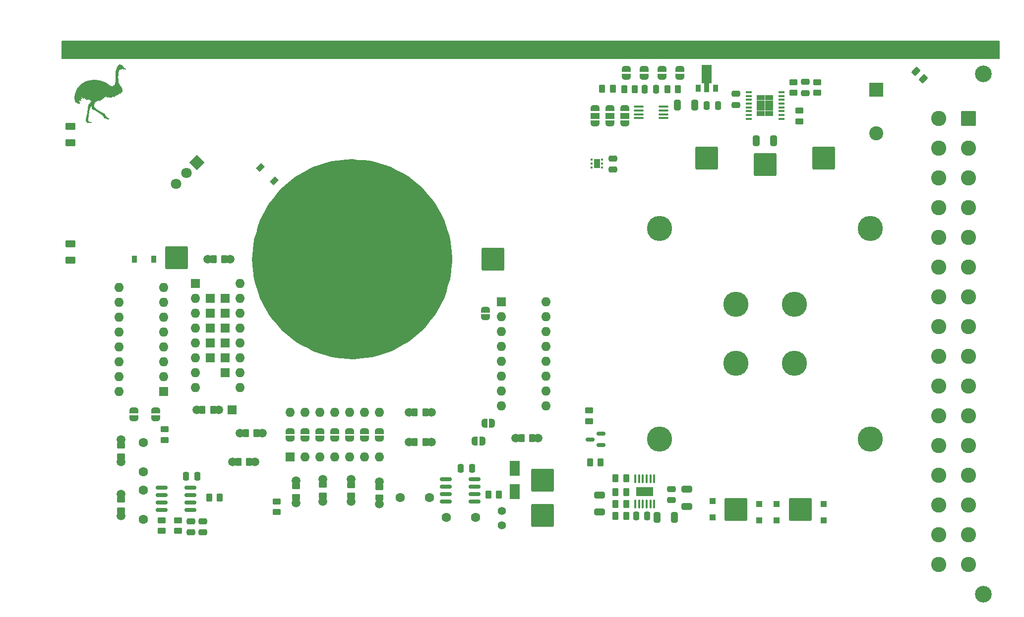
<source format=gbr>
G04 #@! TF.GenerationSoftware,KiCad,Pcbnew,(6.0.5)*
G04 #@! TF.CreationDate,2022-05-23T22:54:04+02:00*
G04 #@! TF.ProjectId,ADRmu,4144526d-752e-46b6-9963-61645f706362,0.5*
G04 #@! TF.SameCoordinates,Original*
G04 #@! TF.FileFunction,Soldermask,Top*
G04 #@! TF.FilePolarity,Negative*
%FSLAX46Y46*%
G04 Gerber Fmt 4.6, Leading zero omitted, Abs format (unit mm)*
G04 Created by KiCad (PCBNEW (6.0.5)) date 2022-05-23 22:54:04*
%MOMM*%
%LPD*%
G01*
G04 APERTURE LIST*
G04 Aperture macros list*
%AMRoundRect*
0 Rectangle with rounded corners*
0 $1 Rounding radius*
0 $2 $3 $4 $5 $6 $7 $8 $9 X,Y pos of 4 corners*
0 Add a 4 corners polygon primitive as box body*
4,1,4,$2,$3,$4,$5,$6,$7,$8,$9,$2,$3,0*
0 Add four circle primitives for the rounded corners*
1,1,$1+$1,$2,$3*
1,1,$1+$1,$4,$5*
1,1,$1+$1,$6,$7*
1,1,$1+$1,$8,$9*
0 Add four rect primitives between the rounded corners*
20,1,$1+$1,$2,$3,$4,$5,0*
20,1,$1+$1,$4,$5,$6,$7,0*
20,1,$1+$1,$6,$7,$8,$9,0*
20,1,$1+$1,$8,$9,$2,$3,0*%
%AMHorizOval*
0 Thick line with rounded ends*
0 $1 width*
0 $2 $3 position (X,Y) of the first rounded end (center of the circle)*
0 $4 $5 position (X,Y) of the second rounded end (center of the circle)*
0 Add line between two ends*
20,1,$1,$2,$3,$4,$5,0*
0 Add two circle primitives to create the rounded ends*
1,1,$1,$2,$3*
1,1,$1,$4,$5*%
%AMRotRect*
0 Rectangle, with rotation*
0 The origin of the aperture is its center*
0 $1 length*
0 $2 width*
0 $3 Rotation angle, in degrees counterclockwise*
0 Add horizontal line*
21,1,$1,$2,0,0,$3*%
%AMFreePoly0*
4,1,22,0.500000,-0.750000,0.000000,-0.750000,0.000000,-0.745033,-0.079941,-0.743568,-0.215256,-0.701293,-0.333266,-0.622738,-0.424486,-0.514219,-0.481581,-0.384460,-0.499164,-0.250000,-0.500000,-0.250000,-0.500000,0.250000,-0.499164,0.250000,-0.499963,0.256109,-0.478152,0.396186,-0.417904,0.524511,-0.324060,0.630769,-0.204165,0.706417,-0.067858,0.745374,0.000000,0.744959,0.000000,0.750000,
0.500000,0.750000,0.500000,-0.750000,0.500000,-0.750000,$1*%
%AMFreePoly1*
4,1,20,0.000000,0.744959,0.073905,0.744508,0.209726,0.703889,0.328688,0.626782,0.421226,0.519385,0.479903,0.390333,0.500000,0.250000,0.500000,-0.250000,0.499851,-0.262216,0.476331,-0.402017,0.414519,-0.529596,0.319384,-0.634700,0.198574,-0.708877,0.061801,-0.746166,0.000000,-0.745033,0.000000,-0.750000,-0.500000,-0.750000,-0.500000,0.750000,0.000000,0.750000,0.000000,0.744959,
0.000000,0.744959,$1*%
%AMFreePoly2*
4,1,22,0.550000,-0.750000,0.000000,-0.750000,0.000000,-0.745033,-0.079941,-0.743568,-0.215256,-0.701293,-0.333266,-0.622738,-0.424486,-0.514219,-0.481581,-0.384460,-0.499164,-0.250000,-0.500000,-0.250000,-0.500000,0.250000,-0.499164,0.250000,-0.499963,0.256109,-0.478152,0.396186,-0.417904,0.524511,-0.324060,0.630769,-0.204165,0.706417,-0.067858,0.745374,0.000000,0.744959,0.000000,0.750000,
0.550000,0.750000,0.550000,-0.750000,0.550000,-0.750000,$1*%
%AMFreePoly3*
4,1,20,0.000000,0.744959,0.073905,0.744508,0.209726,0.703889,0.328688,0.626782,0.421226,0.519385,0.479903,0.390333,0.500000,0.250000,0.500000,-0.250000,0.499851,-0.262216,0.476331,-0.402017,0.414519,-0.529596,0.319384,-0.634700,0.198574,-0.708877,0.061801,-0.746166,0.000000,-0.745033,0.000000,-0.750000,-0.550000,-0.750000,-0.550000,0.750000,0.000000,0.750000,0.000000,0.744959,
0.000000,0.744959,$1*%
%AMFreePoly4*
4,1,9,3.862500,-0.866500,0.737500,-0.866500,0.737500,-0.450000,-0.737500,-0.450000,-0.737500,0.450000,0.737500,0.450000,0.737500,0.866500,3.862500,0.866500,3.862500,-0.866500,3.862500,-0.866500,$1*%
G04 Aperture macros list end*
%ADD10C,0.150000*%
%ADD11C,17.100000*%
%ADD12RoundRect,0.250000X-0.550000X-0.550000X0.550000X-0.550000X0.550000X0.550000X-0.550000X0.550000X0*%
%ADD13FreePoly0,90.000000*%
%ADD14FreePoly1,90.000000*%
%ADD15FreePoly0,270.000000*%
%ADD16FreePoly1,270.000000*%
%ADD17RoundRect,0.250000X0.262500X0.450000X-0.262500X0.450000X-0.262500X-0.450000X0.262500X-0.450000X0*%
%ADD18RoundRect,0.250000X0.503814X0.132583X0.132583X0.503814X-0.503814X-0.132583X-0.132583X-0.503814X0*%
%ADD19R,1.600000X1.600000*%
%ADD20O,1.600000X1.600000*%
%ADD21RoundRect,0.250000X0.450000X-0.262500X0.450000X0.262500X-0.450000X0.262500X-0.450000X-0.262500X0*%
%ADD22C,1.500000*%
%ADD23RoundRect,0.250000X-0.625000X0.375000X-0.625000X-0.375000X0.625000X-0.375000X0.625000X0.375000X0*%
%ADD24RoundRect,0.250000X-0.262500X-0.450000X0.262500X-0.450000X0.262500X0.450000X-0.262500X0.450000X0*%
%ADD25C,1.600000*%
%ADD26RoundRect,0.250002X1.699998X1.699998X-1.699998X1.699998X-1.699998X-1.699998X1.699998X-1.699998X0*%
%ADD27C,4.300000*%
%ADD28RoundRect,0.250002X-1.699998X-1.699998X1.699998X-1.699998X1.699998X1.699998X-1.699998X1.699998X0*%
%ADD29RoundRect,0.250000X0.475000X-0.250000X0.475000X0.250000X-0.475000X0.250000X-0.475000X-0.250000X0*%
%ADD30FreePoly1,0.000000*%
%ADD31FreePoly0,0.000000*%
%ADD32RoundRect,0.250000X-0.250000X-0.475000X0.250000X-0.475000X0.250000X0.475000X-0.250000X0.475000X0*%
%ADD33RotRect,0.900000X1.200000X315.000000*%
%ADD34C,2.850000*%
%ADD35RoundRect,0.250000X-1.050000X1.050000X-1.050000X-1.050000X1.050000X-1.050000X1.050000X1.050000X0*%
%ADD36C,2.600000*%
%ADD37FreePoly2,90.000000*%
%ADD38R,1.500000X1.000000*%
%ADD39FreePoly3,90.000000*%
%ADD40RoundRect,0.250000X-0.450000X0.262500X-0.450000X-0.262500X0.450000X-0.262500X0.450000X0.262500X0*%
%ADD41RoundRect,0.150000X-0.825000X-0.150000X0.825000X-0.150000X0.825000X0.150000X-0.825000X0.150000X0*%
%ADD42RoundRect,0.093750X-0.093750X-0.106250X0.093750X-0.106250X0.093750X0.106250X-0.093750X0.106250X0*%
%ADD43R,1.000000X1.600000*%
%ADD44RoundRect,0.250000X-0.325000X-0.650000X0.325000X-0.650000X0.325000X0.650000X-0.325000X0.650000X0*%
%ADD45R,0.900000X1.300000*%
%ADD46FreePoly4,90.000000*%
%ADD47RoundRect,0.100000X-0.100000X0.625000X-0.100000X-0.625000X0.100000X-0.625000X0.100000X0.625000X0*%
%ADD48R,2.850000X1.650000*%
%ADD49R,1.800000X2.500000*%
%ADD50C,1.400000*%
%ADD51RotRect,1.800000X1.800000X225.000000*%
%ADD52HorizOval,1.800000X0.000000X0.000000X0.000000X0.000000X0*%
%ADD53RoundRect,0.250000X0.250000X0.475000X-0.250000X0.475000X-0.250000X-0.475000X0.250000X-0.475000X0*%
%ADD54R,2.400000X2.400000*%
%ADD55C,2.400000*%
%ADD56R,0.900000X1.200000*%
%ADD57R,1.100000X1.100000*%
%ADD58RoundRect,0.250000X-0.475000X0.250000X-0.475000X-0.250000X0.475000X-0.250000X0.475000X0.250000X0*%
%ADD59R,1.050000X0.450000*%
%ADD60R,1.470000X0.895000*%
%ADD61RoundRect,0.150000X0.587500X0.150000X-0.587500X0.150000X-0.587500X-0.150000X0.587500X-0.150000X0*%
%ADD62O,1.200000X1.600000*%
%ADD63O,1.200000X1.200000*%
%ADD64RoundRect,0.100000X-0.712500X-0.100000X0.712500X-0.100000X0.712500X0.100000X-0.712500X0.100000X0*%
%ADD65FreePoly0,180.000000*%
%ADD66FreePoly1,180.000000*%
%ADD67RoundRect,0.250000X0.325000X0.650000X-0.325000X0.650000X-0.325000X-0.650000X0.325000X-0.650000X0*%
%ADD68RoundRect,0.250000X0.650000X-0.325000X0.650000X0.325000X-0.650000X0.325000X-0.650000X-0.325000X0*%
%ADD69RoundRect,0.250000X-0.650000X0.325000X-0.650000X-0.325000X0.650000X-0.325000X0.650000X0.325000X0*%
G04 APERTURE END LIST*
D10*
X70000000Y-50000000D02*
X230000000Y-50000000D01*
X230000000Y-50000000D02*
X230000000Y-53000000D01*
X230000000Y-53000000D02*
X70000000Y-53000000D01*
X70000000Y-53000000D02*
X70000000Y-50000000D01*
G36*
X70000000Y-50000000D02*
G01*
X230000000Y-50000000D01*
X230000000Y-53000000D01*
X70000000Y-53000000D01*
X70000000Y-50000000D01*
G37*
D11*
X128049624Y-87249000D02*
G75*
G03*
X128049624Y-87249000I-8550000J0D01*
G01*
G04 #@! TO.C,SYM101*
G36*
X79891214Y-54002424D02*
G01*
X79901581Y-54003834D01*
X79922944Y-54007568D01*
X79946545Y-54012614D01*
X79971724Y-54018782D01*
X79997818Y-54025881D01*
X80024166Y-54033719D01*
X80050107Y-54042107D01*
X80074980Y-54050853D01*
X80098123Y-54059766D01*
X80104302Y-54062308D01*
X80138216Y-54077388D01*
X80171385Y-54093927D01*
X80203417Y-54111677D01*
X80233919Y-54130394D01*
X80262497Y-54149829D01*
X80288757Y-54169738D01*
X80312308Y-54189873D01*
X80321055Y-54198103D01*
X80332621Y-54209615D01*
X80342951Y-54220609D01*
X80352352Y-54231527D01*
X80361130Y-54242808D01*
X80369592Y-54254890D01*
X80378047Y-54268215D01*
X80386800Y-54283220D01*
X80396159Y-54300346D01*
X80406430Y-54320033D01*
X80407006Y-54321155D01*
X80420828Y-54347648D01*
X80433833Y-54371479D01*
X80446293Y-54393069D01*
X80458480Y-54412836D01*
X80470666Y-54431197D01*
X80483124Y-54448573D01*
X80496125Y-54465382D01*
X80509942Y-54482042D01*
X80516495Y-54489598D01*
X80530455Y-54504932D01*
X80544570Y-54519226D01*
X80559314Y-54532885D01*
X80575166Y-54546315D01*
X80592603Y-54559922D01*
X80612101Y-54574111D01*
X80631983Y-54587834D01*
X80647712Y-54598582D01*
X80664493Y-54610252D01*
X80682049Y-54622641D01*
X80700107Y-54635544D01*
X80718389Y-54648754D01*
X80736621Y-54662068D01*
X80754528Y-54675280D01*
X80771833Y-54688186D01*
X80788262Y-54700580D01*
X80803539Y-54712259D01*
X80817388Y-54723015D01*
X80829535Y-54732646D01*
X80839704Y-54740946D01*
X80847618Y-54747709D01*
X80851017Y-54750800D01*
X80860044Y-54759901D01*
X80869407Y-54770422D01*
X80878705Y-54781813D01*
X80887534Y-54793525D01*
X80895491Y-54805008D01*
X80902173Y-54815712D01*
X80907177Y-54825087D01*
X80909442Y-54830496D01*
X80911615Y-54839337D01*
X80912227Y-54848357D01*
X80911313Y-54856584D01*
X80908905Y-54863043D01*
X80908285Y-54863987D01*
X80904952Y-54867291D01*
X80900007Y-54870815D01*
X80896995Y-54872520D01*
X80891747Y-54874613D01*
X80885437Y-54875982D01*
X80877728Y-54876619D01*
X80868284Y-54876517D01*
X80856767Y-54875669D01*
X80842842Y-54874068D01*
X80826171Y-54871708D01*
X80821096Y-54870930D01*
X80803976Y-54868162D01*
X80784153Y-54864767D01*
X80762110Y-54860840D01*
X80738330Y-54856474D01*
X80713294Y-54851764D01*
X80687486Y-54846805D01*
X80661388Y-54841689D01*
X80635483Y-54836511D01*
X80610254Y-54831366D01*
X80586184Y-54826346D01*
X80563754Y-54821547D01*
X80543448Y-54817062D01*
X80535663Y-54815294D01*
X80507140Y-54808833D01*
X80481436Y-54803201D01*
X80458224Y-54798352D01*
X80437176Y-54794239D01*
X80417966Y-54790816D01*
X80400266Y-54788036D01*
X80383748Y-54785854D01*
X80368086Y-54784221D01*
X80352952Y-54783094D01*
X80338018Y-54782424D01*
X80322958Y-54782165D01*
X80307444Y-54782272D01*
X80303304Y-54782353D01*
X80290800Y-54782737D01*
X80278388Y-54783358D01*
X80265644Y-54784264D01*
X80252142Y-54785498D01*
X80237457Y-54787107D01*
X80221166Y-54789138D01*
X80202844Y-54791634D01*
X80182064Y-54794643D01*
X80163936Y-54797367D01*
X80120672Y-54804547D01*
X80080269Y-54812525D01*
X80042400Y-54821395D01*
X80006736Y-54831250D01*
X79972949Y-54842185D01*
X79940712Y-54854293D01*
X79909696Y-54867669D01*
X79895866Y-54874217D01*
X79876083Y-54884198D01*
X79858849Y-54893713D01*
X79843564Y-54903163D01*
X79829629Y-54912952D01*
X79816445Y-54923479D01*
X79803412Y-54935149D01*
X79799725Y-54938659D01*
X79785097Y-54953499D01*
X79772081Y-54968412D01*
X79760407Y-54983849D01*
X79749808Y-55000263D01*
X79740014Y-55018106D01*
X79730757Y-55037831D01*
X79721769Y-55059889D01*
X79712781Y-55084734D01*
X79712467Y-55085650D01*
X79690034Y-55154278D01*
X79669734Y-55223189D01*
X79651494Y-55292726D01*
X79635244Y-55363230D01*
X79620913Y-55435045D01*
X79608430Y-55508511D01*
X79597725Y-55583970D01*
X79588726Y-55661765D01*
X79584876Y-55701299D01*
X79582514Y-55728066D01*
X79580379Y-55754431D01*
X79578455Y-55780742D01*
X79576724Y-55807347D01*
X79575171Y-55834595D01*
X79573778Y-55862833D01*
X79572529Y-55892410D01*
X79571409Y-55923674D01*
X79570399Y-55956974D01*
X79569485Y-55992658D01*
X79568649Y-56031073D01*
X79568230Y-56052753D01*
X79567380Y-56119728D01*
X79567270Y-56189316D01*
X79567902Y-56261587D01*
X79569278Y-56336611D01*
X79571400Y-56414456D01*
X79574270Y-56495193D01*
X79577890Y-56578890D01*
X79582261Y-56665617D01*
X79587386Y-56755443D01*
X79588077Y-56766845D01*
X79589562Y-56790537D01*
X79590966Y-56811426D01*
X79592331Y-56829972D01*
X79593698Y-56846634D01*
X79595108Y-56861874D01*
X79596604Y-56876152D01*
X79598227Y-56889928D01*
X79600019Y-56903661D01*
X79601207Y-56912183D01*
X79611590Y-56973672D01*
X79625077Y-57034203D01*
X79641677Y-57093803D01*
X79661399Y-57152495D01*
X79684253Y-57210303D01*
X79710247Y-57267251D01*
X79739392Y-57323365D01*
X79771695Y-57378668D01*
X79788388Y-57405028D01*
X79796306Y-57417001D01*
X79806103Y-57431437D01*
X79817680Y-57448200D01*
X79830938Y-57467152D01*
X79845779Y-57488157D01*
X79862103Y-57511079D01*
X79879813Y-57535780D01*
X79898809Y-57562125D01*
X79918993Y-57589976D01*
X79940266Y-57619196D01*
X79962531Y-57649650D01*
X79985687Y-57681200D01*
X80009636Y-57713710D01*
X80034280Y-57747043D01*
X80059520Y-57781063D01*
X80069954Y-57795091D01*
X80085091Y-57815465D01*
X80098425Y-57833508D01*
X80110130Y-57849484D01*
X80120381Y-57863661D01*
X80129352Y-57876304D01*
X80137218Y-57887680D01*
X80144155Y-57898054D01*
X80150337Y-57907694D01*
X80155939Y-57916865D01*
X80161135Y-57925833D01*
X80166102Y-57934865D01*
X80171013Y-57944227D01*
X80176043Y-57954185D01*
X80180804Y-57963849D01*
X80200269Y-58007020D01*
X80217715Y-58052643D01*
X80233119Y-58100582D01*
X80246454Y-58150701D01*
X80257695Y-58202864D01*
X80266818Y-58256935D01*
X80273796Y-58312778D01*
X80278604Y-58370257D01*
X80281217Y-58429236D01*
X80281610Y-58489579D01*
X80281368Y-58504378D01*
X80280904Y-58525404D01*
X80280384Y-58543673D01*
X80279717Y-58559660D01*
X80278811Y-58573836D01*
X80277574Y-58586676D01*
X80275914Y-58598652D01*
X80273739Y-58610238D01*
X80270957Y-58621908D01*
X80267477Y-58634135D01*
X80263206Y-58647391D01*
X80258052Y-58662150D01*
X80251924Y-58678886D01*
X80244729Y-58698072D01*
X80242697Y-58703454D01*
X80238029Y-58715444D01*
X80234079Y-58724638D01*
X80230629Y-58731368D01*
X80227463Y-58735968D01*
X80224362Y-58738770D01*
X80221110Y-58740107D01*
X80218605Y-58740350D01*
X80213854Y-58739484D01*
X80209269Y-58736743D01*
X80204711Y-58731911D01*
X80200041Y-58724770D01*
X80195120Y-58715105D01*
X80189807Y-58702699D01*
X80183962Y-58687335D01*
X80183391Y-58685761D01*
X80180549Y-58677960D01*
X80178061Y-58671258D01*
X80176156Y-58666258D01*
X80175061Y-58663564D01*
X80174933Y-58663307D01*
X80173216Y-58663304D01*
X80169822Y-58665483D01*
X80165140Y-58669497D01*
X80159561Y-58675002D01*
X80153474Y-58681649D01*
X80150917Y-58684631D01*
X80142640Y-58694924D01*
X80134904Y-58705572D01*
X80127488Y-58716970D01*
X80120174Y-58729514D01*
X80112741Y-58743600D01*
X80104970Y-58759624D01*
X80096641Y-58777981D01*
X80087852Y-58798322D01*
X80077896Y-58821320D01*
X80068705Y-58841510D01*
X80060110Y-58859215D01*
X80051941Y-58874757D01*
X80044027Y-58888459D01*
X80036199Y-58900642D01*
X80028287Y-58911629D01*
X80027752Y-58912327D01*
X80023695Y-58917283D01*
X80018585Y-58923058D01*
X80012902Y-58929167D01*
X80007126Y-58935121D01*
X80001738Y-58940431D01*
X79997217Y-58944612D01*
X79994044Y-58947174D01*
X79992883Y-58947743D01*
X79991026Y-58946371D01*
X79988149Y-58942670D01*
X79984631Y-58937262D01*
X79980850Y-58930769D01*
X79977184Y-58923814D01*
X79974013Y-58917019D01*
X79973573Y-58915980D01*
X79970245Y-58907391D01*
X79967486Y-58898786D01*
X79965219Y-58889684D01*
X79963366Y-58879607D01*
X79961850Y-58868075D01*
X79960593Y-58854608D01*
X79959517Y-58838727D01*
X79958758Y-58824450D01*
X79957751Y-58806550D01*
X79956573Y-58791385D01*
X79955152Y-58778425D01*
X79953417Y-58767140D01*
X79951294Y-58757001D01*
X79948713Y-58747477D01*
X79948009Y-58745199D01*
X79943769Y-58731778D01*
X79935553Y-58747903D01*
X79928798Y-58761536D01*
X79923398Y-58773429D01*
X79918963Y-58784600D01*
X79915105Y-58796070D01*
X79911433Y-58808860D01*
X79909583Y-58815923D01*
X79902083Y-58842934D01*
X79894150Y-58866965D01*
X79885674Y-58888287D01*
X79876548Y-58907168D01*
X79866664Y-58923879D01*
X79866003Y-58924881D01*
X79852327Y-58943404D01*
X79837586Y-58959185D01*
X79821412Y-58972485D01*
X79803437Y-58983561D01*
X79783295Y-58992671D01*
X79760618Y-59000075D01*
X79758120Y-59000752D01*
X79739468Y-59006241D01*
X79723428Y-59012203D01*
X79709344Y-59018990D01*
X79696565Y-59026958D01*
X79684438Y-59036460D01*
X79673655Y-59046500D01*
X79668286Y-59051946D01*
X79663261Y-59057320D01*
X79658250Y-59063032D01*
X79652924Y-59069488D01*
X79646952Y-59077098D01*
X79640003Y-59086269D01*
X79631749Y-59097410D01*
X79624750Y-59106963D01*
X79610590Y-59126112D01*
X79597921Y-59142685D01*
X79586534Y-59156892D01*
X79576219Y-59168945D01*
X79566764Y-59179053D01*
X79557961Y-59187429D01*
X79549599Y-59194283D01*
X79541468Y-59199827D01*
X79533359Y-59204271D01*
X79525060Y-59207826D01*
X79523920Y-59208247D01*
X79518494Y-59209998D01*
X79511227Y-59212046D01*
X79502885Y-59214207D01*
X79494233Y-59216300D01*
X79486039Y-59218142D01*
X79479067Y-59219552D01*
X79474083Y-59220348D01*
X79472561Y-59220458D01*
X79471588Y-59220196D01*
X79470634Y-59219194D01*
X79469605Y-59217127D01*
X79468406Y-59213670D01*
X79466940Y-59208500D01*
X79465112Y-59201292D01*
X79462827Y-59191720D01*
X79459990Y-59179462D01*
X79458162Y-59171467D01*
X79455368Y-59159345D01*
X79452770Y-59148321D01*
X79450464Y-59138780D01*
X79448544Y-59131105D01*
X79447106Y-59125680D01*
X79446244Y-59122889D01*
X79446071Y-59122593D01*
X79444763Y-59123781D01*
X79441564Y-59127061D01*
X79436780Y-59132110D01*
X79430716Y-59138602D01*
X79423678Y-59146213D01*
X79417391Y-59153064D01*
X79395560Y-59176647D01*
X79374237Y-59199117D01*
X79353634Y-59220266D01*
X79333965Y-59239884D01*
X79315444Y-59257761D01*
X79298283Y-59273689D01*
X79282697Y-59287457D01*
X79268898Y-59298857D01*
X79268786Y-59298945D01*
X79250754Y-59312713D01*
X79234647Y-59323991D01*
X79220345Y-59332838D01*
X79207729Y-59339312D01*
X79196683Y-59343473D01*
X79187086Y-59345380D01*
X79178821Y-59345090D01*
X79176721Y-59344621D01*
X79168834Y-59340860D01*
X79161272Y-59333997D01*
X79154144Y-59324186D01*
X79147560Y-59311585D01*
X79141630Y-59296350D01*
X79140572Y-59293127D01*
X79138635Y-59287369D01*
X79136930Y-59282851D01*
X79135800Y-59280470D01*
X79135730Y-59280382D01*
X79133927Y-59280662D01*
X79130381Y-59282941D01*
X79125562Y-59286811D01*
X79119936Y-59291868D01*
X79113974Y-59297706D01*
X79108144Y-59303918D01*
X79106817Y-59305419D01*
X79103755Y-59308965D01*
X79098864Y-59314677D01*
X79092423Y-59322226D01*
X79084713Y-59331283D01*
X79076011Y-59341521D01*
X79066599Y-59352611D01*
X79056755Y-59364224D01*
X79052658Y-59369063D01*
X79030069Y-59395615D01*
X79009361Y-59419680D01*
X78990433Y-59441366D01*
X78973183Y-59460782D01*
X78957511Y-59478037D01*
X78943316Y-59493239D01*
X78930495Y-59506496D01*
X78918948Y-59517917D01*
X78908575Y-59527611D01*
X78899272Y-59535687D01*
X78891945Y-59541501D01*
X78874365Y-59553822D01*
X78854248Y-59566266D01*
X78832277Y-59578428D01*
X78813016Y-59588072D01*
X78797940Y-59595037D01*
X78785297Y-59600346D01*
X78774774Y-59604109D01*
X78766055Y-59606433D01*
X78758826Y-59607428D01*
X78756873Y-59607484D01*
X78748166Y-59606651D01*
X78741654Y-59603961D01*
X78737089Y-59599127D01*
X78734220Y-59591863D01*
X78732797Y-59581882D01*
X78732673Y-59579722D01*
X78732579Y-59576562D01*
X78732628Y-59573230D01*
X78732867Y-59569451D01*
X78733341Y-59564946D01*
X78734098Y-59559439D01*
X78735183Y-59552653D01*
X78736644Y-59544309D01*
X78738527Y-59534131D01*
X78740878Y-59521841D01*
X78743745Y-59507162D01*
X78747173Y-59489817D01*
X78750890Y-59471127D01*
X78755826Y-59446352D01*
X78760163Y-59424559D01*
X78763941Y-59405527D01*
X78767197Y-59389033D01*
X78769970Y-59374856D01*
X78772300Y-59362775D01*
X78774224Y-59352568D01*
X78775782Y-59344014D01*
X78777012Y-59336891D01*
X78777953Y-59330978D01*
X78778644Y-59326053D01*
X78779123Y-59321894D01*
X78779429Y-59318281D01*
X78779600Y-59314991D01*
X78779677Y-59311803D01*
X78779696Y-59308496D01*
X78779696Y-59288116D01*
X78772617Y-59285492D01*
X78765538Y-59282869D01*
X78739967Y-59319842D01*
X78733516Y-59329223D01*
X78725599Y-59340821D01*
X78716556Y-59354133D01*
X78706728Y-59368655D01*
X78696456Y-59383884D01*
X78686080Y-59399315D01*
X78675941Y-59414446D01*
X78670802Y-59422136D01*
X78657703Y-59441702D01*
X78646162Y-59458785D01*
X78635981Y-59473655D01*
X78626961Y-59486581D01*
X78618902Y-59497833D01*
X78611604Y-59507681D01*
X78604867Y-59516393D01*
X78598493Y-59524239D01*
X78592282Y-59531489D01*
X78586035Y-59538411D01*
X78579844Y-59544972D01*
X78562138Y-59562463D01*
X78544555Y-59577822D01*
X78526460Y-59591479D01*
X78507222Y-59603862D01*
X78486209Y-59615400D01*
X78462787Y-59626522D01*
X78453909Y-59630394D01*
X78446853Y-59633319D01*
X78438022Y-59636835D01*
X78427814Y-59640799D01*
X78416624Y-59645064D01*
X78404847Y-59649487D01*
X78392881Y-59653923D01*
X78381121Y-59658226D01*
X78369963Y-59662253D01*
X78359803Y-59665858D01*
X78351037Y-59668897D01*
X78344061Y-59671224D01*
X78339272Y-59672696D01*
X78337064Y-59673167D01*
X78336972Y-59673135D01*
X78336101Y-59671314D01*
X78334275Y-59666932D01*
X78331691Y-59660484D01*
X78328548Y-59652465D01*
X78325043Y-59643368D01*
X78324903Y-59643002D01*
X78320702Y-59632202D01*
X78317396Y-59624206D01*
X78314846Y-59618718D01*
X78312911Y-59615445D01*
X78311451Y-59614091D01*
X78311072Y-59614016D01*
X78306509Y-59614604D01*
X78299000Y-59616348D01*
X78288644Y-59619216D01*
X78275538Y-59623178D01*
X78259780Y-59628201D01*
X78241467Y-59634255D01*
X78220697Y-59641309D01*
X78197567Y-59649331D01*
X78172176Y-59658291D01*
X78168947Y-59659440D01*
X78142494Y-59668598D01*
X78118483Y-59676323D01*
X78096473Y-59682718D01*
X78076022Y-59687884D01*
X78056689Y-59691922D01*
X78038033Y-59694936D01*
X78019612Y-59697026D01*
X78000986Y-59698294D01*
X78000508Y-59698317D01*
X77990655Y-59698530D01*
X77979768Y-59698360D01*
X77968388Y-59697855D01*
X77957059Y-59697067D01*
X77946320Y-59696048D01*
X77936714Y-59694848D01*
X77928783Y-59693517D01*
X77923069Y-59692108D01*
X77920206Y-59690760D01*
X77920403Y-59689012D01*
X77921464Y-59684430D01*
X77923306Y-59677308D01*
X77925850Y-59667940D01*
X77929013Y-59656620D01*
X77932713Y-59643639D01*
X77936870Y-59629293D01*
X77941403Y-59613874D01*
X77943476Y-59606886D01*
X77948175Y-59591074D01*
X77952580Y-59576200D01*
X77956604Y-59562559D01*
X77960162Y-59550445D01*
X77963166Y-59540155D01*
X77965532Y-59531983D01*
X77967172Y-59526223D01*
X77968000Y-59523171D01*
X77968085Y-59522764D01*
X77966574Y-59522373D01*
X77962068Y-59523170D01*
X77954610Y-59525141D01*
X77944242Y-59528273D01*
X77931006Y-59532551D01*
X77914946Y-59537962D01*
X77896102Y-59544492D01*
X77874519Y-59552128D01*
X77850237Y-59560856D01*
X77845766Y-59562475D01*
X77815731Y-59573298D01*
X77787723Y-59583250D01*
X77761880Y-59592287D01*
X77738339Y-59600362D01*
X77717235Y-59607429D01*
X77698706Y-59613441D01*
X77682889Y-59618353D01*
X77669919Y-59622118D01*
X77665976Y-59623184D01*
X77655725Y-59625615D01*
X77646661Y-59627041D01*
X77637054Y-59627690D01*
X77630828Y-59627799D01*
X77622580Y-59627768D01*
X77616716Y-59627481D01*
X77612355Y-59626799D01*
X77608619Y-59625587D01*
X77604700Y-59623745D01*
X77597864Y-59619270D01*
X77592158Y-59613269D01*
X77587515Y-59605505D01*
X77583864Y-59595739D01*
X77581137Y-59583733D01*
X77579265Y-59569249D01*
X77578178Y-59552049D01*
X77577808Y-59531894D01*
X77577807Y-59531066D01*
X77577793Y-59504455D01*
X77572486Y-59505340D01*
X77569355Y-59505737D01*
X77563514Y-59506360D01*
X77555504Y-59507157D01*
X77545868Y-59508074D01*
X77535149Y-59509057D01*
X77529619Y-59509551D01*
X77501081Y-59512223D01*
X77475459Y-59514946D01*
X77452404Y-59517780D01*
X77431566Y-59520786D01*
X77412598Y-59524025D01*
X77395147Y-59527557D01*
X77378867Y-59531442D01*
X77363406Y-59535742D01*
X77348415Y-59540516D01*
X77345819Y-59541403D01*
X77326192Y-59548925D01*
X77309786Y-59556832D01*
X77296612Y-59565119D01*
X77292715Y-59568151D01*
X77288631Y-59571813D01*
X77283013Y-59577325D01*
X77275793Y-59584758D01*
X77266904Y-59594186D01*
X77256278Y-59605682D01*
X77243850Y-59619320D01*
X77229552Y-59635171D01*
X77213316Y-59653308D01*
X77195076Y-59673806D01*
X77180766Y-59689951D01*
X77164867Y-59707886D01*
X77150897Y-59723563D01*
X77138644Y-59737190D01*
X77127897Y-59748978D01*
X77118446Y-59759134D01*
X77110079Y-59767870D01*
X77102585Y-59775392D01*
X77095753Y-59781912D01*
X77089372Y-59787638D01*
X77083231Y-59792779D01*
X77077118Y-59797544D01*
X77070823Y-59802142D01*
X77064135Y-59806784D01*
X77060126Y-59809488D01*
X77039847Y-59821968D01*
X77018854Y-59832626D01*
X76996576Y-59841688D01*
X76972441Y-59849378D01*
X76945876Y-59855923D01*
X76938466Y-59857472D01*
X76914539Y-59863012D01*
X76893215Y-59869506D01*
X76873913Y-59877183D01*
X76856051Y-59886268D01*
X76841491Y-59895318D01*
X76837124Y-59898653D01*
X76830613Y-59904188D01*
X76822101Y-59911792D01*
X76811729Y-59921333D01*
X76799642Y-59932680D01*
X76785982Y-59945701D01*
X76770891Y-59960265D01*
X76770712Y-59960440D01*
X76744551Y-59985704D01*
X76720368Y-60008784D01*
X76697920Y-60029891D01*
X76676965Y-60049236D01*
X76657262Y-60067032D01*
X76638569Y-60083490D01*
X76620643Y-60098822D01*
X76603243Y-60113240D01*
X76586127Y-60126956D01*
X76569053Y-60140180D01*
X76551780Y-60153126D01*
X76544908Y-60158166D01*
X76513860Y-60180614D01*
X76483586Y-60202090D01*
X76453359Y-60223095D01*
X76422450Y-60244130D01*
X76390131Y-60265696D01*
X76355674Y-60288292D01*
X76355027Y-60288713D01*
X76315189Y-60314634D01*
X76308823Y-60309592D01*
X76302457Y-60304551D01*
X76305910Y-60297727D01*
X76309695Y-60290374D01*
X76314902Y-60280453D01*
X76321374Y-60268255D01*
X76328954Y-60254071D01*
X76337485Y-60238191D01*
X76346811Y-60220907D01*
X76356774Y-60202510D01*
X76367217Y-60183290D01*
X76377984Y-60163539D01*
X76388918Y-60143547D01*
X76396589Y-60129563D01*
X76407236Y-60110177D01*
X76416428Y-60093431D01*
X76424274Y-60079099D01*
X76430885Y-60066957D01*
X76436371Y-60056779D01*
X76440843Y-60048338D01*
X76444412Y-60041411D01*
X76447187Y-60035771D01*
X76449281Y-60031192D01*
X76450802Y-60027450D01*
X76451862Y-60024319D01*
X76452572Y-60021573D01*
X76453041Y-60018987D01*
X76453381Y-60016335D01*
X76453702Y-60013392D01*
X76453746Y-60012992D01*
X76454328Y-60006946D01*
X76454583Y-60002450D01*
X76454476Y-60000224D01*
X76454348Y-60000114D01*
X76431556Y-60013289D01*
X76411614Y-60026497D01*
X76397936Y-60036862D01*
X76373430Y-60056111D01*
X76349381Y-60073907D01*
X76325243Y-60090593D01*
X76300470Y-60106513D01*
X76274515Y-60122008D01*
X76246833Y-60137423D01*
X76216877Y-60153100D01*
X76196776Y-60163174D01*
X76184968Y-60168976D01*
X76173884Y-60174349D01*
X76163099Y-60179487D01*
X76152189Y-60184583D01*
X76140729Y-60189829D01*
X76128294Y-60195419D01*
X76114460Y-60201545D01*
X76098802Y-60208401D01*
X76080896Y-60216179D01*
X76064800Y-60223138D01*
X76042463Y-60232824D01*
X76022684Y-60241506D01*
X76004994Y-60249400D01*
X75988922Y-60256725D01*
X75974000Y-60263699D01*
X75959756Y-60270540D01*
X75945722Y-60277466D01*
X75931428Y-60284696D01*
X75924360Y-60288325D01*
X75874553Y-60314999D01*
X75826885Y-60342601D01*
X75780239Y-60371795D01*
X75749082Y-60392522D01*
X75739260Y-60399058D01*
X75729279Y-60405438D01*
X75719814Y-60411247D01*
X75711538Y-60416074D01*
X75705127Y-60419507D01*
X75704174Y-60419969D01*
X75698011Y-60422615D01*
X75689448Y-60425920D01*
X75679219Y-60429621D01*
X75668059Y-60433453D01*
X75656699Y-60437154D01*
X75654095Y-60437971D01*
X75635579Y-60443873D01*
X75619998Y-60449159D01*
X75607104Y-60453944D01*
X75596650Y-60458347D01*
X75588387Y-60462482D01*
X75582068Y-60466467D01*
X75577446Y-60470417D01*
X75574271Y-60474449D01*
X75573499Y-60475819D01*
X75572214Y-60479104D01*
X75570219Y-60485254D01*
X75567596Y-60493965D01*
X75564432Y-60504935D01*
X75560811Y-60517859D01*
X75556818Y-60532436D01*
X75552538Y-60548362D01*
X75548056Y-60565334D01*
X75543456Y-60583049D01*
X75543203Y-60584030D01*
X75526562Y-60651698D01*
X75512019Y-60717231D01*
X75499520Y-60780953D01*
X75489012Y-60843186D01*
X75480441Y-60904254D01*
X75473754Y-60964479D01*
X75468897Y-61024185D01*
X75467957Y-61039171D01*
X75466952Y-61061345D01*
X75466498Y-61083904D01*
X75466575Y-61106336D01*
X75467162Y-61128131D01*
X75468239Y-61148779D01*
X75469784Y-61167769D01*
X75471778Y-61184590D01*
X75474198Y-61198733D01*
X75474465Y-61199989D01*
X75480655Y-61221806D01*
X75489383Y-61241684D01*
X75500720Y-61259716D01*
X75514741Y-61275994D01*
X75531518Y-61290611D01*
X75551124Y-61303661D01*
X75560196Y-61308683D01*
X75574489Y-61316833D01*
X75585880Y-61324819D01*
X75594703Y-61332906D01*
X75601295Y-61341361D01*
X75601297Y-61341366D01*
X75622367Y-61373209D01*
X75643199Y-61402383D01*
X75664259Y-61429409D01*
X75686012Y-61454808D01*
X75708922Y-61479099D01*
X75733454Y-61502805D01*
X75760073Y-61526446D01*
X75784737Y-61546919D01*
X75793745Y-61554125D01*
X75802702Y-61561135D01*
X75811797Y-61568072D01*
X75821218Y-61575062D01*
X75831155Y-61582229D01*
X75841794Y-61589700D01*
X75853325Y-61597597D01*
X75865937Y-61606047D01*
X75879817Y-61615175D01*
X75895153Y-61625105D01*
X75912136Y-61635962D01*
X75930952Y-61647871D01*
X75951790Y-61660957D01*
X75974839Y-61675345D01*
X76000288Y-61691159D01*
X76028324Y-61708526D01*
X76031323Y-61710381D01*
X76105960Y-61756481D01*
X76178009Y-61800847D01*
X76247598Y-61843558D01*
X76314855Y-61884692D01*
X76379910Y-61924326D01*
X76442891Y-61962540D01*
X76503927Y-61999410D01*
X76563147Y-62035015D01*
X76620680Y-62069434D01*
X76676654Y-62102744D01*
X76731198Y-62135023D01*
X76749465Y-62145792D01*
X76769627Y-62157654D01*
X76787332Y-62168035D01*
X76802926Y-62177126D01*
X76816757Y-62185119D01*
X76829173Y-62192206D01*
X76840520Y-62198579D01*
X76851147Y-62204427D01*
X76861401Y-62209944D01*
X76871628Y-62215320D01*
X76882178Y-62220748D01*
X76893396Y-62226418D01*
X76905631Y-62232522D01*
X76917236Y-62238268D01*
X76927583Y-62243372D01*
X76937007Y-62248001D01*
X76945813Y-62252299D01*
X76954308Y-62256407D01*
X76962797Y-62260468D01*
X76971585Y-62264625D01*
X76980980Y-62269020D01*
X76991286Y-62273795D01*
X77002809Y-62279094D01*
X77015855Y-62285058D01*
X77030730Y-62291830D01*
X77047739Y-62299552D01*
X77067188Y-62308368D01*
X77083694Y-62315843D01*
X77105054Y-62325536D01*
X77123686Y-62334042D01*
X77139850Y-62341487D01*
X77153808Y-62348000D01*
X77165820Y-62353706D01*
X77176148Y-62358733D01*
X77185053Y-62363208D01*
X77192796Y-62367258D01*
X77199639Y-62371010D01*
X77205842Y-62374590D01*
X77211180Y-62377823D01*
X77224701Y-62386263D01*
X77235796Y-62393389D01*
X77244864Y-62399525D01*
X77252305Y-62404994D01*
X77258521Y-62410120D01*
X77263910Y-62415225D01*
X77268874Y-62420633D01*
X77273811Y-62426667D01*
X77277329Y-62431253D01*
X77283391Y-62439920D01*
X77289158Y-62449548D01*
X77294864Y-62460610D01*
X77300739Y-62473577D01*
X77307017Y-62488920D01*
X77311624Y-62500926D01*
X77317975Y-62517327D01*
X77325464Y-62535835D01*
X77333751Y-62555642D01*
X77342495Y-62575943D01*
X77351356Y-62595931D01*
X77357009Y-62608358D01*
X77362734Y-62620604D01*
X77369117Y-62633917D01*
X77375968Y-62647930D01*
X77383098Y-62662275D01*
X77390317Y-62676582D01*
X77397434Y-62690484D01*
X77404261Y-62703613D01*
X77410608Y-62715600D01*
X77416283Y-62726076D01*
X77421099Y-62734675D01*
X77424864Y-62741027D01*
X77427196Y-62744516D01*
X77435162Y-62753991D01*
X77445656Y-62764885D01*
X77458401Y-62776938D01*
X77473124Y-62789890D01*
X77489548Y-62803482D01*
X77490347Y-62804124D01*
X77513127Y-62823091D01*
X77533126Y-62841265D01*
X77550627Y-62858975D01*
X77565917Y-62876551D01*
X77579280Y-62894321D01*
X77591001Y-62912614D01*
X77601366Y-62931761D01*
X77602024Y-62933093D01*
X77607192Y-62943197D01*
X77612338Y-62952223D01*
X77617768Y-62960485D01*
X77623786Y-62968297D01*
X77630699Y-62975973D01*
X77638811Y-62983827D01*
X77648427Y-62992174D01*
X77659853Y-63001328D01*
X77673394Y-63011602D01*
X77689356Y-63023312D01*
X77690472Y-63024121D01*
X77714612Y-63041494D01*
X77736557Y-63057024D01*
X77756645Y-63070934D01*
X77775208Y-63083445D01*
X77792584Y-63094782D01*
X77809107Y-63105166D01*
X77825112Y-63114820D01*
X77839893Y-63123378D01*
X77862037Y-63136352D01*
X77881527Y-63148673D01*
X77898825Y-63160669D01*
X77914394Y-63172666D01*
X77928694Y-63184992D01*
X77934396Y-63190310D01*
X77955372Y-63212480D01*
X77973722Y-63236413D01*
X77989313Y-63261902D01*
X78002012Y-63288741D01*
X78008110Y-63305169D01*
X78011706Y-63316736D01*
X78014886Y-63328537D01*
X78017482Y-63339814D01*
X78019325Y-63349807D01*
X78020244Y-63357758D01*
X78020316Y-63359860D01*
X78020089Y-63364465D01*
X78019460Y-63370823D01*
X78018541Y-63378172D01*
X78017448Y-63385749D01*
X78016293Y-63392792D01*
X78015192Y-63398540D01*
X78014257Y-63402230D01*
X78013849Y-63403114D01*
X78011889Y-63403206D01*
X78007185Y-63402551D01*
X78000146Y-63401243D01*
X77991184Y-63399375D01*
X77980709Y-63397043D01*
X77969132Y-63394340D01*
X77956864Y-63391360D01*
X77944315Y-63388197D01*
X77931897Y-63384945D01*
X77920020Y-63381698D01*
X77918793Y-63381353D01*
X77905392Y-63377587D01*
X77894183Y-63374507D01*
X77884619Y-63372038D01*
X77876151Y-63370103D01*
X77868230Y-63368626D01*
X77860308Y-63367529D01*
X77851837Y-63366736D01*
X77842269Y-63366171D01*
X77831054Y-63365757D01*
X77817644Y-63365417D01*
X77802334Y-63365093D01*
X77785240Y-63364708D01*
X77770910Y-63364289D01*
X77758844Y-63363782D01*
X77748541Y-63363131D01*
X77739498Y-63362281D01*
X77731215Y-63361176D01*
X77723190Y-63359761D01*
X77714922Y-63357981D01*
X77705909Y-63355780D01*
X77697004Y-63353462D01*
X77668135Y-63344378D01*
X77638449Y-63332208D01*
X77608046Y-63317000D01*
X77577024Y-63298804D01*
X77549853Y-63280752D01*
X77543507Y-63276268D01*
X77537034Y-63271595D01*
X77530180Y-63266537D01*
X77522695Y-63260899D01*
X77514325Y-63254487D01*
X77504819Y-63247105D01*
X77493925Y-63238558D01*
X77481391Y-63228650D01*
X77466965Y-63217186D01*
X77450395Y-63203971D01*
X77440056Y-63195711D01*
X77394585Y-63159360D01*
X77387266Y-63174437D01*
X77380713Y-63186899D01*
X77373303Y-63199245D01*
X77365516Y-63210770D01*
X77357835Y-63220768D01*
X77350741Y-63228534D01*
X77349631Y-63229578D01*
X77339486Y-63237572D01*
X77328771Y-63243344D01*
X77317241Y-63246893D01*
X77304649Y-63248214D01*
X77290750Y-63247305D01*
X77275296Y-63244163D01*
X77258043Y-63238786D01*
X77238743Y-63231169D01*
X77231851Y-63228149D01*
X77202443Y-63213566D01*
X77175361Y-63197223D01*
X77150730Y-63179232D01*
X77128676Y-63159704D01*
X77109324Y-63138750D01*
X77092800Y-63116480D01*
X77079353Y-63093253D01*
X77071956Y-63077232D01*
X77065886Y-63061011D01*
X77060921Y-63043824D01*
X77056838Y-63024901D01*
X77053557Y-63004515D01*
X77047860Y-62969626D01*
X77040840Y-62937311D01*
X77032343Y-62907095D01*
X77022213Y-62878499D01*
X77010294Y-62851049D01*
X76996431Y-62824267D01*
X76992542Y-62817446D01*
X76978664Y-62794814D01*
X76964038Y-62773585D01*
X76948157Y-62753117D01*
X76930512Y-62732767D01*
X76910595Y-62711893D01*
X76903102Y-62704452D01*
X76894558Y-62696167D01*
X76886302Y-62688392D01*
X76878058Y-62680909D01*
X76869550Y-62673500D01*
X76860504Y-62665946D01*
X76850642Y-62658031D01*
X76839690Y-62649536D01*
X76827372Y-62640242D01*
X76813413Y-62629933D01*
X76797536Y-62618389D01*
X76779466Y-62605394D01*
X76762916Y-62593570D01*
X76700432Y-62549288D01*
X76637981Y-62505562D01*
X76575327Y-62462239D01*
X76512239Y-62419165D01*
X76448481Y-62376188D01*
X76383822Y-62333155D01*
X76318026Y-62289913D01*
X76250860Y-62246310D01*
X76182092Y-62202193D01*
X76111486Y-62157408D01*
X76038810Y-62111804D01*
X75963831Y-62065227D01*
X75886313Y-62017525D01*
X75824275Y-61979643D01*
X75793597Y-61961011D01*
X75765468Y-61944018D01*
X75739679Y-61928544D01*
X75716024Y-61914473D01*
X75694296Y-61901687D01*
X75674290Y-61890067D01*
X75655799Y-61879496D01*
X75638615Y-61869856D01*
X75622532Y-61861029D01*
X75607344Y-61852898D01*
X75592845Y-61845345D01*
X75578826Y-61838252D01*
X75565083Y-61831501D01*
X75561013Y-61829539D01*
X75548035Y-61823373D01*
X75535686Y-61817656D01*
X75523653Y-61812268D01*
X75511621Y-61807093D01*
X75499278Y-61802010D01*
X75486310Y-61796903D01*
X75472403Y-61791652D01*
X75457246Y-61786139D01*
X75440523Y-61780245D01*
X75421922Y-61773852D01*
X75401129Y-61766843D01*
X75377832Y-61759097D01*
X75352803Y-61750854D01*
X75327997Y-61742672D01*
X75305983Y-61735316D01*
X75286427Y-61728665D01*
X75268996Y-61722597D01*
X75253354Y-61716991D01*
X75239169Y-61711726D01*
X75226107Y-61706680D01*
X75213834Y-61701732D01*
X75202017Y-61696760D01*
X75191374Y-61692111D01*
X75174943Y-61684612D01*
X75157651Y-61676350D01*
X75140045Y-61667612D01*
X75122673Y-61658684D01*
X75106082Y-61649854D01*
X75090820Y-61641407D01*
X75077434Y-61633630D01*
X75066472Y-61626811D01*
X75065779Y-61626356D01*
X75048100Y-61613012D01*
X75033287Y-61598118D01*
X75021313Y-61581628D01*
X75012150Y-61563494D01*
X75005774Y-61543669D01*
X75002156Y-61522107D01*
X75001411Y-61511586D01*
X75001279Y-61507809D01*
X75001224Y-61504008D01*
X75001271Y-61499951D01*
X75001444Y-61495405D01*
X75001768Y-61490137D01*
X75002265Y-61483913D01*
X75002960Y-61476501D01*
X75003877Y-61467668D01*
X75005040Y-61457181D01*
X75006473Y-61444806D01*
X75008200Y-61430312D01*
X75010244Y-61413465D01*
X75012631Y-61394031D01*
X75015383Y-61371779D01*
X75017895Y-61351550D01*
X75023365Y-61307458D01*
X75028569Y-61265349D01*
X75033499Y-61225298D01*
X75038144Y-61187379D01*
X75042497Y-61151669D01*
X75046549Y-61118244D01*
X75050290Y-61087178D01*
X75053712Y-61058547D01*
X75056805Y-61032427D01*
X75059561Y-61008894D01*
X75061971Y-60988022D01*
X75064027Y-60969888D01*
X75065718Y-60954567D01*
X75067036Y-60942134D01*
X75067972Y-60932665D01*
X75068518Y-60926236D01*
X75068664Y-60922922D01*
X75068541Y-60922473D01*
X75067310Y-60924193D01*
X75064463Y-60928378D01*
X75060174Y-60934762D01*
X75054621Y-60943080D01*
X75047977Y-60953065D01*
X75040419Y-60964453D01*
X75032123Y-60976976D01*
X75023262Y-60990370D01*
X75014014Y-61004369D01*
X75004553Y-61018708D01*
X74995056Y-61033119D01*
X74985696Y-61047338D01*
X74976651Y-61061099D01*
X74968094Y-61074136D01*
X74960203Y-61086184D01*
X74953152Y-61096976D01*
X74947117Y-61106247D01*
X74943188Y-61112312D01*
X74933284Y-61127743D01*
X74923145Y-61143712D01*
X74912970Y-61159891D01*
X74902962Y-61175954D01*
X74893318Y-61191571D01*
X74884241Y-61206415D01*
X74875931Y-61220160D01*
X74868588Y-61232476D01*
X74862411Y-61243036D01*
X74857603Y-61251513D01*
X74854362Y-61257578D01*
X74854325Y-61257651D01*
X74849587Y-61268323D01*
X74844474Y-61282193D01*
X74839001Y-61299213D01*
X74833184Y-61319339D01*
X74829333Y-61333649D01*
X74824660Y-61351276D01*
X74820579Y-61366129D01*
X74816927Y-61378611D01*
X74813538Y-61389127D01*
X74810250Y-61398078D01*
X74806896Y-61405869D01*
X74803313Y-61412903D01*
X74799336Y-61419584D01*
X74794800Y-61426314D01*
X74789542Y-61433496D01*
X74787534Y-61436148D01*
X74783081Y-61442017D01*
X74778782Y-61447746D01*
X74774325Y-61453761D01*
X74769399Y-61460486D01*
X74763695Y-61468347D01*
X74756902Y-61477770D01*
X74748709Y-61489180D01*
X74743130Y-61496963D01*
X74739083Y-61502684D01*
X74735646Y-61507827D01*
X74732694Y-61512762D01*
X74730100Y-61517861D01*
X74727739Y-61523496D01*
X74725485Y-61530038D01*
X74723211Y-61537858D01*
X74720791Y-61547328D01*
X74718100Y-61558819D01*
X74715012Y-61572702D01*
X74711399Y-61589348D01*
X74710743Y-61592391D01*
X74700514Y-61640002D01*
X74690948Y-61684871D01*
X74681975Y-61727364D01*
X74673526Y-61767843D01*
X74665530Y-61806675D01*
X74657919Y-61844223D01*
X74650624Y-61880851D01*
X74643573Y-61916923D01*
X74636699Y-61952804D01*
X74629931Y-61988858D01*
X74623201Y-62025450D01*
X74616438Y-62062943D01*
X74609573Y-62101702D01*
X74602536Y-62142092D01*
X74595259Y-62184475D01*
X74587671Y-62229217D01*
X74579703Y-62276683D01*
X74576437Y-62296252D01*
X74567951Y-62347567D01*
X74560031Y-62396335D01*
X74552643Y-62442856D01*
X74545752Y-62487432D01*
X74539325Y-62530364D01*
X74533326Y-62571956D01*
X74527723Y-62612507D01*
X74522479Y-62652319D01*
X74517563Y-62691695D01*
X74512938Y-62730935D01*
X74508572Y-62770342D01*
X74504429Y-62810217D01*
X74500477Y-62850861D01*
X74496679Y-62892576D01*
X74493003Y-62935665D01*
X74489415Y-62980427D01*
X74485879Y-63027165D01*
X74482362Y-63076181D01*
X74478829Y-63127776D01*
X74475247Y-63182251D01*
X74474255Y-63197679D01*
X74472962Y-63217784D01*
X74471549Y-63239577D01*
X74470065Y-63262330D01*
X74468558Y-63285314D01*
X74467074Y-63307800D01*
X74465663Y-63329062D01*
X74464372Y-63348369D01*
X74463466Y-63361798D01*
X74462271Y-63379529D01*
X74461292Y-63394466D01*
X74460517Y-63407073D01*
X74459934Y-63417812D01*
X74459530Y-63427147D01*
X74459293Y-63435542D01*
X74459210Y-63443460D01*
X74459268Y-63451366D01*
X74459457Y-63459722D01*
X74459762Y-63468992D01*
X74460171Y-63479640D01*
X74460250Y-63481593D01*
X74460955Y-63498187D01*
X74461655Y-63512017D01*
X74462402Y-63523587D01*
X74463249Y-63533398D01*
X74464250Y-63541952D01*
X74465459Y-63549753D01*
X74466928Y-63557302D01*
X74468712Y-63565101D01*
X74469450Y-63568101D01*
X74476993Y-63592332D01*
X74487084Y-63614622D01*
X74499839Y-63635215D01*
X74506014Y-63643408D01*
X74510453Y-63648807D01*
X74514866Y-63653706D01*
X74519693Y-63658495D01*
X74525372Y-63663564D01*
X74532344Y-63669302D01*
X74541048Y-63676100D01*
X74551924Y-63684347D01*
X74553440Y-63685486D01*
X74563502Y-63693238D01*
X74574649Y-63702155D01*
X74585829Y-63711375D01*
X74595988Y-63720036D01*
X74600797Y-63724282D01*
X74615976Y-63737447D01*
X74629905Y-63748468D01*
X74643270Y-63757829D01*
X74656758Y-63766017D01*
X74669066Y-63772533D01*
X74685909Y-63780224D01*
X74703762Y-63786941D01*
X74723018Y-63792782D01*
X74744069Y-63797845D01*
X74767309Y-63802228D01*
X74793130Y-63806029D01*
X74812273Y-63808322D01*
X74838097Y-63811471D01*
X74865098Y-63815317D01*
X74892496Y-63819721D01*
X74919510Y-63824547D01*
X74945362Y-63829657D01*
X74969270Y-63834914D01*
X74984322Y-63838580D01*
X75000241Y-63843592D01*
X75013227Y-63849813D01*
X75023427Y-63857376D01*
X75030993Y-63866414D01*
X75036073Y-63877060D01*
X75038416Y-63886627D01*
X75039165Y-63899210D01*
X75037165Y-63911353D01*
X75032322Y-63923223D01*
X75024543Y-63934983D01*
X75013736Y-63946798D01*
X74999807Y-63958833D01*
X74995818Y-63961902D01*
X74975221Y-63975545D01*
X74953768Y-63986111D01*
X74933117Y-63993131D01*
X74927440Y-63994599D01*
X74922374Y-63995711D01*
X74917303Y-63996523D01*
X74911610Y-63997094D01*
X74904677Y-63997481D01*
X74895889Y-63997740D01*
X74884627Y-63997928D01*
X74880860Y-63997977D01*
X74870528Y-63998051D01*
X74860629Y-63997984D01*
X74850655Y-63997754D01*
X74840096Y-63997333D01*
X74828444Y-63996698D01*
X74815189Y-63995822D01*
X74799821Y-63994682D01*
X74781833Y-63993252D01*
X74777163Y-63992871D01*
X74734563Y-63989373D01*
X74695060Y-63986119D01*
X74658494Y-63983094D01*
X74624707Y-63980279D01*
X74593540Y-63977660D01*
X74564833Y-63975218D01*
X74538428Y-63972938D01*
X74514166Y-63970803D01*
X74491887Y-63968797D01*
X74471433Y-63966903D01*
X74452645Y-63965104D01*
X74435363Y-63963384D01*
X74419429Y-63961727D01*
X74404684Y-63960115D01*
X74390968Y-63958533D01*
X74378123Y-63956963D01*
X74365990Y-63955390D01*
X74354409Y-63953797D01*
X74343223Y-63952166D01*
X74332271Y-63950482D01*
X74321395Y-63948729D01*
X74310435Y-63946889D01*
X74299234Y-63944946D01*
X74287631Y-63942883D01*
X74275503Y-63940691D01*
X74257665Y-63937262D01*
X74242654Y-63933914D01*
X74230040Y-63930476D01*
X74219394Y-63926776D01*
X74210287Y-63922642D01*
X74202290Y-63917904D01*
X74194972Y-63912390D01*
X74187905Y-63905929D01*
X74187567Y-63905595D01*
X74180451Y-63897831D01*
X74174544Y-63889665D01*
X74169544Y-63880487D01*
X74165149Y-63869684D01*
X74161060Y-63856646D01*
X74158319Y-63846272D01*
X74153956Y-63830024D01*
X74149545Y-63816282D01*
X74144794Y-63804294D01*
X74139413Y-63793311D01*
X74134375Y-63784607D01*
X74124064Y-63769395D01*
X74112566Y-63755506D01*
X74099367Y-63742429D01*
X74083954Y-63729650D01*
X74067512Y-63717808D01*
X74053463Y-63707267D01*
X74041289Y-63695918D01*
X74030829Y-63683447D01*
X74021922Y-63669538D01*
X74014408Y-63653878D01*
X74008127Y-63636152D01*
X74002919Y-63616043D01*
X73998624Y-63593239D01*
X73996423Y-63578173D01*
X73995116Y-63567604D01*
X73994140Y-63557746D01*
X73993452Y-63547805D01*
X73993008Y-63536984D01*
X73992766Y-63524487D01*
X73992681Y-63509586D01*
X73992955Y-63488139D01*
X73993874Y-63467122D01*
X73995502Y-63446081D01*
X73997902Y-63424557D01*
X74001136Y-63402096D01*
X74005269Y-63378239D01*
X74010364Y-63352531D01*
X74016484Y-63324514D01*
X74021090Y-63304642D01*
X74038965Y-63229393D01*
X74057732Y-63151145D01*
X74077359Y-63070030D01*
X74097814Y-62986181D01*
X74107743Y-62945713D01*
X74118785Y-62900728D01*
X74129068Y-62858706D01*
X74138638Y-62819446D01*
X74147543Y-62782746D01*
X74155828Y-62748405D01*
X74163541Y-62716221D01*
X74170728Y-62685993D01*
X74177435Y-62657520D01*
X74183709Y-62630598D01*
X74189598Y-62605028D01*
X74195146Y-62580607D01*
X74200401Y-62557133D01*
X74205410Y-62534406D01*
X74210219Y-62512224D01*
X74214875Y-62490384D01*
X74219424Y-62468686D01*
X74223913Y-62446928D01*
X74228388Y-62424908D01*
X74230126Y-62416279D01*
X74239644Y-62367762D01*
X74249184Y-62316885D01*
X74258762Y-62263554D01*
X74268393Y-62207671D01*
X74278093Y-62149140D01*
X74287878Y-62087865D01*
X74297762Y-62023750D01*
X74307762Y-61956698D01*
X74317892Y-61886613D01*
X74328170Y-61813399D01*
X74332065Y-61785116D01*
X74333263Y-61776317D01*
X74334847Y-61764602D01*
X74336780Y-61750246D01*
X74339024Y-61733525D01*
X74341545Y-61714715D01*
X74344304Y-61694091D01*
X74347266Y-61671928D01*
X74350393Y-61648502D01*
X74353649Y-61624088D01*
X74356997Y-61598961D01*
X74360401Y-61573398D01*
X74363825Y-61547673D01*
X74367230Y-61522061D01*
X74370581Y-61496839D01*
X74373842Y-61472282D01*
X74376975Y-61448664D01*
X74379943Y-61426262D01*
X74382711Y-61405350D01*
X74385241Y-61386205D01*
X74387498Y-61369102D01*
X74389443Y-61354315D01*
X74391041Y-61342121D01*
X74392255Y-61332795D01*
X74392575Y-61330320D01*
X74394724Y-61312282D01*
X74396726Y-61292607D01*
X74398605Y-61270979D01*
X74400389Y-61247080D01*
X74402101Y-61220595D01*
X74403766Y-61191207D01*
X74404009Y-61186614D01*
X74405567Y-61157848D01*
X74407100Y-61131985D01*
X74408666Y-61108663D01*
X74410327Y-61087521D01*
X74412142Y-61068197D01*
X74414170Y-61050330D01*
X74416472Y-61033557D01*
X74419107Y-61017518D01*
X74422135Y-61001849D01*
X74425617Y-60986191D01*
X74429612Y-60970180D01*
X74434179Y-60953455D01*
X74439380Y-60935655D01*
X74445273Y-60916418D01*
X74451918Y-60895382D01*
X74452520Y-60893499D01*
X74458585Y-60875579D01*
X74464859Y-60859428D01*
X74471618Y-60844662D01*
X74479136Y-60830900D01*
X74487689Y-60817757D01*
X74497553Y-60804852D01*
X74509003Y-60791801D01*
X74522314Y-60778223D01*
X74537764Y-60763733D01*
X74555626Y-60747949D01*
X74559971Y-60744209D01*
X74585877Y-60721442D01*
X74611427Y-60697820D01*
X74636806Y-60673137D01*
X74662197Y-60647187D01*
X74687785Y-60619764D01*
X74713753Y-60590662D01*
X74740285Y-60559674D01*
X74767566Y-60526595D01*
X74795779Y-60491218D01*
X74825109Y-60453337D01*
X74855053Y-60413665D01*
X74864709Y-60400514D01*
X74875119Y-60385950D01*
X74886101Y-60370255D01*
X74897472Y-60353711D01*
X74909049Y-60336602D01*
X74920650Y-60319210D01*
X74932092Y-60301816D01*
X74943193Y-60284705D01*
X74953770Y-60268157D01*
X74963639Y-60252457D01*
X74972619Y-60237886D01*
X74980526Y-60224726D01*
X74987178Y-60213261D01*
X74992393Y-60203772D01*
X74995987Y-60196543D01*
X74997018Y-60194126D01*
X74999423Y-60187946D01*
X75001294Y-60183034D01*
X75002367Y-60180092D01*
X75002520Y-60179576D01*
X75000951Y-60179445D01*
X74996501Y-60179323D01*
X74989555Y-60179213D01*
X74980498Y-60179121D01*
X74969715Y-60179050D01*
X74957591Y-60179004D01*
X74949855Y-60178991D01*
X74914295Y-60178846D01*
X74881077Y-60178482D01*
X74850305Y-60177905D01*
X74822081Y-60177119D01*
X74796509Y-60176128D01*
X74773693Y-60174938D01*
X74753736Y-60173552D01*
X74736741Y-60171975D01*
X74722811Y-60170212D01*
X74713035Y-60168482D01*
X74700115Y-60164666D01*
X74689241Y-60159253D01*
X74680697Y-60152471D01*
X74674769Y-60144548D01*
X74671741Y-60135711D01*
X74671698Y-60135432D01*
X74671229Y-60130450D01*
X74671384Y-60125285D01*
X74672272Y-60119734D01*
X74674003Y-60113589D01*
X74676688Y-60106646D01*
X74680436Y-60098700D01*
X74685357Y-60089544D01*
X74691561Y-60078973D01*
X74699159Y-60066782D01*
X74708260Y-60052766D01*
X74718974Y-60036719D01*
X74731411Y-60018435D01*
X74744506Y-59999409D01*
X74756851Y-59981475D01*
X74767344Y-59966080D01*
X74776050Y-59953120D01*
X74783037Y-59942493D01*
X74788371Y-59934095D01*
X74792119Y-59927822D01*
X74794348Y-59923571D01*
X74795124Y-59921239D01*
X74795126Y-59921168D01*
X74794749Y-59919457D01*
X74793376Y-59916670D01*
X74790653Y-59912119D01*
X74789264Y-59909904D01*
X74787720Y-59910364D01*
X74783390Y-59911867D01*
X74776549Y-59914313D01*
X74767471Y-59917603D01*
X74756429Y-59921636D01*
X74743697Y-59926312D01*
X74729550Y-59931532D01*
X74714261Y-59937196D01*
X74702628Y-59941519D01*
X74672811Y-59952612D01*
X74645888Y-59962624D01*
X74621691Y-59971610D01*
X74600053Y-59979629D01*
X74580807Y-59986738D01*
X74563785Y-59992993D01*
X74548820Y-59998453D01*
X74535746Y-60003174D01*
X74524394Y-60007215D01*
X74514598Y-60010632D01*
X74506190Y-60013483D01*
X74499003Y-60015824D01*
X74492869Y-60017714D01*
X74487623Y-60019210D01*
X74483095Y-60020369D01*
X74479120Y-60021248D01*
X74475529Y-60021905D01*
X74472156Y-60022397D01*
X74468833Y-60022782D01*
X74465394Y-60023116D01*
X74464329Y-60023214D01*
X74452788Y-60024267D01*
X74450040Y-60008886D01*
X74448787Y-60000834D01*
X74447833Y-59992741D01*
X74447333Y-59985984D01*
X74447293Y-59984181D01*
X74447916Y-59977576D01*
X74449817Y-59968857D01*
X74453046Y-59957875D01*
X74457650Y-59944481D01*
X74463678Y-59928526D01*
X74471178Y-59909861D01*
X74472620Y-59906366D01*
X74485114Y-59876194D01*
X74481569Y-59873323D01*
X74480579Y-59872617D01*
X74479479Y-59872272D01*
X74478000Y-59872464D01*
X74475869Y-59873367D01*
X74472819Y-59875155D01*
X74468578Y-59878003D01*
X74462877Y-59882083D01*
X74455445Y-59887572D01*
X74446012Y-59894643D01*
X74434307Y-59903470D01*
X74431223Y-59905800D01*
X74412562Y-59919916D01*
X74396073Y-59932444D01*
X74381302Y-59943740D01*
X74367796Y-59954157D01*
X74355101Y-59964052D01*
X74342763Y-59973777D01*
X74330328Y-59983689D01*
X74317343Y-59994142D01*
X74303353Y-60005491D01*
X74294606Y-60012619D01*
X74275414Y-60028208D01*
X74258442Y-60041823D01*
X74243442Y-60053632D01*
X74230169Y-60063804D01*
X74218375Y-60072505D01*
X74207815Y-60079904D01*
X74198240Y-60086168D01*
X74189406Y-60091465D01*
X74181064Y-60095964D01*
X74172969Y-60099831D01*
X74164874Y-60103235D01*
X74157225Y-60106098D01*
X74142798Y-60110493D01*
X74128253Y-60113567D01*
X74114196Y-60115274D01*
X74101234Y-60115566D01*
X74089971Y-60114396D01*
X74081502Y-60111934D01*
X74071875Y-60106099D01*
X74064378Y-60097865D01*
X74059087Y-60087375D01*
X74056079Y-60074770D01*
X74055368Y-60063712D01*
X74055669Y-60055467D01*
X74056579Y-60044537D01*
X74058109Y-60030840D01*
X74060270Y-60014296D01*
X74063072Y-59994820D01*
X74066527Y-59972332D01*
X74070645Y-59946750D01*
X74071682Y-59940447D01*
X74074709Y-59921795D01*
X74077133Y-59906088D01*
X74078987Y-59893069D01*
X74080307Y-59882479D01*
X74081126Y-59874061D01*
X74081477Y-59867556D01*
X74081496Y-59865928D01*
X74081423Y-59859354D01*
X74081227Y-59854223D01*
X74080942Y-59851255D01*
X74080765Y-59850804D01*
X74079296Y-59851678D01*
X74075383Y-59854180D01*
X74069303Y-59858130D01*
X74061331Y-59863346D01*
X74051743Y-59869648D01*
X74040814Y-59876855D01*
X74028821Y-59884786D01*
X74018886Y-59891370D01*
X74005678Y-59900080D01*
X73992819Y-59908462D01*
X73980667Y-59916289D01*
X73969579Y-59923336D01*
X73959913Y-59929375D01*
X73952025Y-59934182D01*
X73946273Y-59937530D01*
X73943976Y-59938754D01*
X73928778Y-59945192D01*
X73915036Y-59948730D01*
X73902761Y-59949368D01*
X73891964Y-59947107D01*
X73882654Y-59941947D01*
X73876977Y-59936551D01*
X73873237Y-59931154D01*
X73869526Y-59923567D01*
X73865810Y-59913660D01*
X73862056Y-59901303D01*
X73858233Y-59886367D01*
X73854307Y-59868720D01*
X73850246Y-59848233D01*
X73846016Y-59824776D01*
X73841585Y-59798219D01*
X73840640Y-59792329D01*
X73838650Y-59780155D01*
X73836680Y-59768684D01*
X73834824Y-59758417D01*
X73833175Y-59749857D01*
X73831826Y-59743504D01*
X73830871Y-59739859D01*
X73830844Y-59739782D01*
X73826628Y-59731183D01*
X73821021Y-59725508D01*
X73813870Y-59722677D01*
X73805027Y-59722609D01*
X73800253Y-59723507D01*
X73795367Y-59724985D01*
X73787670Y-59727735D01*
X73777329Y-59731689D01*
X73764511Y-59736776D01*
X73749382Y-59742929D01*
X73732110Y-59750078D01*
X73712861Y-59758154D01*
X73691802Y-59767087D01*
X73669100Y-59776809D01*
X73644921Y-59787250D01*
X73619433Y-59798342D01*
X73613886Y-59800766D01*
X73598137Y-59807200D01*
X73584637Y-59811622D01*
X73573042Y-59814005D01*
X73563009Y-59814324D01*
X73554193Y-59812551D01*
X73546250Y-59808661D01*
X73538836Y-59802626D01*
X73531621Y-59794438D01*
X73529692Y-59791937D01*
X73527841Y-59789446D01*
X73525942Y-59786743D01*
X73523868Y-59783610D01*
X73521491Y-59779826D01*
X73518684Y-59775173D01*
X73515319Y-59769429D01*
X73511270Y-59762376D01*
X73506409Y-59753793D01*
X73500608Y-59743461D01*
X73493741Y-59731160D01*
X73485681Y-59716670D01*
X73476299Y-59699771D01*
X73465468Y-59680243D01*
X73464965Y-59679337D01*
X73448286Y-59649314D01*
X73432594Y-59621184D01*
X73417942Y-59595041D01*
X73404383Y-59570977D01*
X73391970Y-59549083D01*
X73380757Y-59529454D01*
X73370795Y-59512181D01*
X73362138Y-59497357D01*
X73354840Y-59485075D01*
X73348953Y-59475427D01*
X73344530Y-59468506D01*
X73342593Y-59465690D01*
X73339328Y-59461342D01*
X73334687Y-59455404D01*
X73329013Y-59448292D01*
X73322651Y-59440424D01*
X73315944Y-59432217D01*
X73309237Y-59424088D01*
X73302874Y-59416453D01*
X73297199Y-59409731D01*
X73292555Y-59404338D01*
X73289287Y-59400692D01*
X73287785Y-59399234D01*
X73285369Y-59399032D01*
X73281255Y-59399688D01*
X73280129Y-59399970D01*
X73273968Y-59401629D01*
X73275844Y-59445398D01*
X73276432Y-59458026D01*
X73277097Y-59470474D01*
X73277799Y-59482096D01*
X73278496Y-59492246D01*
X73279148Y-59500279D01*
X73279596Y-59504642D01*
X73280731Y-59512408D01*
X73282626Y-59523275D01*
X73285264Y-59537173D01*
X73288633Y-59554028D01*
X73292715Y-59573771D01*
X73297497Y-59596329D01*
X73302964Y-59621631D01*
X73309101Y-59649605D01*
X73315892Y-59680179D01*
X73319910Y-59698116D01*
X73326510Y-59727510D01*
X73332432Y-59753919D01*
X73337717Y-59777549D01*
X73342404Y-59798601D01*
X73346533Y-59817279D01*
X73350144Y-59833785D01*
X73353277Y-59848323D01*
X73355971Y-59861095D01*
X73358267Y-59872305D01*
X73360203Y-59882155D01*
X73361821Y-59890849D01*
X73363159Y-59898589D01*
X73364257Y-59905578D01*
X73365156Y-59912020D01*
X73365895Y-59918117D01*
X73366514Y-59924073D01*
X73367052Y-59930090D01*
X73367550Y-59936371D01*
X73368048Y-59943119D01*
X73368102Y-59943873D01*
X73368820Y-59954363D01*
X73369227Y-59962340D01*
X73369309Y-59968545D01*
X73369047Y-59973719D01*
X73368426Y-59978602D01*
X73367429Y-59983934D01*
X73367172Y-59985172D01*
X73365715Y-59991866D01*
X73364493Y-59996103D01*
X73363086Y-59998624D01*
X73361075Y-60000172D01*
X73358041Y-60001490D01*
X73357919Y-60001538D01*
X73351579Y-60004028D01*
X73307741Y-59947421D01*
X73294445Y-59930232D01*
X73282877Y-59915224D01*
X73272747Y-59902009D01*
X73263765Y-59890199D01*
X73255641Y-59879407D01*
X73248086Y-59869244D01*
X73240809Y-59859322D01*
X73233521Y-59849255D01*
X73225931Y-59838654D01*
X73217751Y-59827132D01*
X73216014Y-59824675D01*
X73204228Y-59808555D01*
X73193635Y-59795256D01*
X73184090Y-59784624D01*
X73175447Y-59776502D01*
X73167560Y-59770734D01*
X73163710Y-59768614D01*
X73157044Y-59765844D01*
X73149500Y-59763446D01*
X73141690Y-59761521D01*
X73134226Y-59760169D01*
X73127720Y-59759490D01*
X73122785Y-59759584D01*
X73120033Y-59760552D01*
X73119667Y-59761396D01*
X73119979Y-59764223D01*
X73120905Y-59768571D01*
X73122490Y-59774578D01*
X73124782Y-59782382D01*
X73127824Y-59792121D01*
X73131663Y-59803934D01*
X73136345Y-59817957D01*
X73141914Y-59834329D01*
X73148418Y-59853189D01*
X73155901Y-59874674D01*
X73164408Y-59898923D01*
X73173987Y-59926073D01*
X73175955Y-59931638D01*
X73183697Y-59953520D01*
X73191530Y-59975666D01*
X73199329Y-59997723D01*
X73206970Y-60019338D01*
X73214328Y-60040157D01*
X73221277Y-60059828D01*
X73227694Y-60077996D01*
X73233453Y-60094309D01*
X73238430Y-60108413D01*
X73242499Y-60119956D01*
X73244042Y-60124335D01*
X73249367Y-60139452D01*
X73255070Y-60155630D01*
X73260880Y-60172100D01*
X73266527Y-60188094D01*
X73271738Y-60202844D01*
X73276244Y-60215583D01*
X73277760Y-60219866D01*
X73291931Y-60259875D01*
X73291629Y-60280862D01*
X73291444Y-60288821D01*
X73291154Y-60295551D01*
X73290796Y-60300405D01*
X73290409Y-60302734D01*
X73290353Y-60302823D01*
X73288255Y-60302980D01*
X73283667Y-60302251D01*
X73277197Y-60300796D01*
X73269451Y-60298774D01*
X73261033Y-60296342D01*
X73252551Y-60293661D01*
X73244610Y-60290889D01*
X73244094Y-60290697D01*
X73218674Y-60279801D01*
X73194050Y-60266336D01*
X73169750Y-60250032D01*
X73158023Y-60241087D01*
X73149926Y-60234357D01*
X73141182Y-60226450D01*
X73131615Y-60217179D01*
X73121049Y-60206357D01*
X73109307Y-60193797D01*
X73096213Y-60179312D01*
X73081591Y-60162715D01*
X73065265Y-60143820D01*
X73054902Y-60131683D01*
X73037860Y-60111664D01*
X73022755Y-60093961D01*
X73009423Y-60078394D01*
X72997698Y-60064780D01*
X72987416Y-60052938D01*
X72978411Y-60042686D01*
X72970518Y-60033841D01*
X72963572Y-60026222D01*
X72957408Y-60019647D01*
X72951860Y-60013935D01*
X72946764Y-60008903D01*
X72941954Y-60004370D01*
X72937265Y-60000153D01*
X72932532Y-59996071D01*
X72929210Y-59993285D01*
X72921963Y-59987328D01*
X72915539Y-59982177D01*
X72910374Y-59978170D01*
X72906900Y-59975643D01*
X72905600Y-59974913D01*
X72904508Y-59976324D01*
X72904089Y-59979461D01*
X72903828Y-59982620D01*
X72903109Y-59988316D01*
X72902028Y-59995866D01*
X72900680Y-60004587D01*
X72899921Y-60009263D01*
X72897661Y-60023525D01*
X72896062Y-60035260D01*
X72895104Y-60045136D01*
X72894763Y-60053821D01*
X72895016Y-60061981D01*
X72895842Y-60070284D01*
X72897218Y-60079396D01*
X72897502Y-60081060D01*
X72899595Y-60092997D01*
X72902259Y-60107949D01*
X72905459Y-60125722D01*
X72909159Y-60146122D01*
X72913323Y-60168953D01*
X72917916Y-60194023D01*
X72922901Y-60221137D01*
X72928242Y-60250100D01*
X72933905Y-60280718D01*
X72939852Y-60312798D01*
X72946049Y-60346145D01*
X72952459Y-60380564D01*
X72959047Y-60415863D01*
X72965777Y-60451845D01*
X72972612Y-60488318D01*
X72972646Y-60488498D01*
X72980067Y-60528200D01*
X72986898Y-60565048D01*
X72993133Y-60599011D01*
X72998767Y-60630059D01*
X73003795Y-60658163D01*
X73008212Y-60683291D01*
X73012013Y-60705414D01*
X73015192Y-60724502D01*
X73017745Y-60740525D01*
X73019665Y-60753452D01*
X73020948Y-60763254D01*
X73021588Y-60769899D01*
X73021666Y-60771992D01*
X73021384Y-60774041D01*
X73019980Y-60774865D01*
X73016620Y-60774718D01*
X73013909Y-60774355D01*
X72986024Y-60769186D01*
X72958830Y-60761834D01*
X72932872Y-60752500D01*
X72908699Y-60741386D01*
X72886856Y-60728694D01*
X72883113Y-60726188D01*
X72865014Y-60712785D01*
X72848876Y-60698560D01*
X72833897Y-60682732D01*
X72819274Y-60664520D01*
X72818105Y-60662949D01*
X72812475Y-60655087D01*
X72805630Y-60645123D01*
X72798027Y-60633759D01*
X72790123Y-60621697D01*
X72782377Y-60609640D01*
X72775246Y-60598291D01*
X72769187Y-60588352D01*
X72766175Y-60583213D01*
X72752513Y-60561436D01*
X72737824Y-60542194D01*
X72721557Y-60524908D01*
X72703162Y-60508997D01*
X72682090Y-60493881D01*
X72680676Y-60492952D01*
X72674715Y-60489198D01*
X72667669Y-60484980D01*
X72660129Y-60480625D01*
X72652687Y-60476461D01*
X72645933Y-60472816D01*
X72640458Y-60470017D01*
X72636853Y-60468392D01*
X72635865Y-60468117D01*
X72635652Y-60469699D01*
X72635450Y-60474272D01*
X72635263Y-60481563D01*
X72635095Y-60491297D01*
X72634948Y-60503201D01*
X72634827Y-60516999D01*
X72634733Y-60532418D01*
X72634670Y-60549182D01*
X72634642Y-60567019D01*
X72634640Y-60571782D01*
X72634622Y-60589853D01*
X72634568Y-60606923D01*
X72634481Y-60622717D01*
X72634366Y-60636963D01*
X72634226Y-60649385D01*
X72634063Y-60659710D01*
X72633881Y-60667662D01*
X72633682Y-60672968D01*
X72633472Y-60675353D01*
X72633416Y-60675461D01*
X72631107Y-60674951D01*
X72626541Y-60673626D01*
X72620542Y-60671756D01*
X72613933Y-60669608D01*
X72607538Y-60667452D01*
X72602181Y-60665554D01*
X72598686Y-60664184D01*
X72598401Y-60664054D01*
X72596078Y-60662130D01*
X72592005Y-60657830D01*
X72586376Y-60651400D01*
X72579386Y-60643089D01*
X72571229Y-60633142D01*
X72562101Y-60621808D01*
X72552195Y-60609334D01*
X72541706Y-60595967D01*
X72530830Y-60581955D01*
X72519760Y-60567543D01*
X72508691Y-60552981D01*
X72497818Y-60538514D01*
X72487336Y-60524391D01*
X72477439Y-60510859D01*
X72473285Y-60505107D01*
X72462314Y-60489996D01*
X72452845Y-60477489D01*
X72444561Y-60467481D01*
X72437147Y-60459863D01*
X72430286Y-60454528D01*
X72423659Y-60451370D01*
X72416952Y-60450280D01*
X72409846Y-60451152D01*
X72402025Y-60453878D01*
X72393172Y-60458351D01*
X72382971Y-60464465D01*
X72372708Y-60471062D01*
X72360604Y-60478503D01*
X72350192Y-60483806D01*
X72340887Y-60487180D01*
X72332107Y-60488832D01*
X72323270Y-60488970D01*
X72322555Y-60488923D01*
X72313453Y-60487461D01*
X72304938Y-60484266D01*
X72296696Y-60479085D01*
X72288413Y-60471664D01*
X72279774Y-60461751D01*
X72270465Y-60449091D01*
X72267285Y-60444407D01*
X72250743Y-60418271D01*
X72235548Y-60391311D01*
X72221469Y-60363035D01*
X72208275Y-60332949D01*
X72195736Y-60300564D01*
X72184222Y-60267224D01*
X72167305Y-60212305D01*
X72151705Y-60154926D01*
X72137536Y-60095660D01*
X72124910Y-60035083D01*
X72113941Y-59973771D01*
X72104743Y-59912298D01*
X72097428Y-59851239D01*
X72093167Y-59805079D01*
X72092312Y-59792235D01*
X72091557Y-59776683D01*
X72090908Y-59758983D01*
X72090373Y-59739691D01*
X72089958Y-59719367D01*
X72089670Y-59698568D01*
X72089516Y-59677852D01*
X72089503Y-59657776D01*
X72089636Y-59638899D01*
X72089924Y-59621779D01*
X72090373Y-59606973D01*
X72090684Y-59600135D01*
X72096722Y-59510614D01*
X72105419Y-59421243D01*
X72116819Y-59331743D01*
X72130966Y-59241834D01*
X72147903Y-59151233D01*
X72167673Y-59059661D01*
X72185817Y-58984486D01*
X72212282Y-58885975D01*
X72241502Y-58789187D01*
X72273512Y-58694036D01*
X72308344Y-58600440D01*
X72346034Y-58508314D01*
X72386616Y-58417573D01*
X72430123Y-58328134D01*
X72476589Y-58239913D01*
X72516234Y-58169609D01*
X72567866Y-58083908D01*
X72622002Y-58000301D01*
X72678648Y-57918784D01*
X72737806Y-57839353D01*
X72799481Y-57762001D01*
X72863677Y-57686726D01*
X72930398Y-57613521D01*
X72999648Y-57542382D01*
X73071431Y-57473304D01*
X73145751Y-57406282D01*
X73196708Y-57362743D01*
X73273346Y-57300763D01*
X73351828Y-57241448D01*
X73432087Y-57184839D01*
X73514053Y-57130976D01*
X73597660Y-57079901D01*
X73682840Y-57031657D01*
X73769525Y-56986283D01*
X73857646Y-56943821D01*
X73947137Y-56904313D01*
X73950855Y-56902749D01*
X74029690Y-56870979D01*
X74109967Y-56841314D01*
X74191841Y-56813712D01*
X74275462Y-56788133D01*
X74360984Y-56764535D01*
X74448559Y-56742879D01*
X74538339Y-56723123D01*
X74630478Y-56705227D01*
X74725127Y-56689150D01*
X74783695Y-56680286D01*
X74848390Y-56671295D01*
X74911861Y-56663231D01*
X74974716Y-56656036D01*
X75037568Y-56649654D01*
X75101026Y-56644028D01*
X75165700Y-56639101D01*
X75232201Y-56634815D01*
X75301140Y-56631115D01*
X75321775Y-56630139D01*
X75333029Y-56629717D01*
X75347178Y-56629341D01*
X75363884Y-56629012D01*
X75382804Y-56628730D01*
X75403601Y-56628494D01*
X75425932Y-56628305D01*
X75449459Y-56628163D01*
X75473841Y-56628067D01*
X75498738Y-56628017D01*
X75523809Y-56628014D01*
X75548714Y-56628058D01*
X75573114Y-56628148D01*
X75596668Y-56628285D01*
X75619036Y-56628469D01*
X75639878Y-56628699D01*
X75658853Y-56628976D01*
X75675622Y-56629299D01*
X75689844Y-56629669D01*
X75701179Y-56630086D01*
X75702269Y-56630136D01*
X75786862Y-56634683D01*
X75868691Y-56640209D01*
X75948126Y-56646757D01*
X76025534Y-56654375D01*
X76101283Y-56663107D01*
X76175739Y-56672999D01*
X76249271Y-56684097D01*
X76322247Y-56696445D01*
X76395034Y-56710090D01*
X76465414Y-56724523D01*
X76561761Y-56746149D01*
X76655250Y-56769269D01*
X76745937Y-56793905D01*
X76833879Y-56820077D01*
X76919133Y-56847805D01*
X77001754Y-56877112D01*
X77081800Y-56908016D01*
X77159326Y-56940539D01*
X77234389Y-56974702D01*
X77307046Y-57010525D01*
X77377352Y-57048028D01*
X77427555Y-57076673D01*
X77452855Y-57091727D01*
X77479370Y-57107907D01*
X77507262Y-57125320D01*
X77536691Y-57144070D01*
X77567818Y-57164262D01*
X77600804Y-57186001D01*
X77635810Y-57209392D01*
X77672998Y-57234538D01*
X77712528Y-57261546D01*
X77730481Y-57273892D01*
X77755306Y-57290991D01*
X77777743Y-57306435D01*
X77798089Y-57320425D01*
X77816641Y-57333163D01*
X77833699Y-57344851D01*
X77849558Y-57355690D01*
X77864518Y-57365883D01*
X77878877Y-57375632D01*
X77892930Y-57385137D01*
X77906978Y-57394601D01*
X77921316Y-57404226D01*
X77936244Y-57414214D01*
X77952059Y-57424766D01*
X77969058Y-57436084D01*
X77987540Y-57448370D01*
X78006461Y-57460936D01*
X78042271Y-57484668D01*
X78075532Y-57506617D01*
X78106379Y-57526859D01*
X78134945Y-57545472D01*
X78161365Y-57562533D01*
X78185775Y-57578119D01*
X78208308Y-57592308D01*
X78229100Y-57605178D01*
X78248284Y-57616804D01*
X78265996Y-57627266D01*
X78282369Y-57636640D01*
X78297539Y-57645003D01*
X78311640Y-57652433D01*
X78324806Y-57659007D01*
X78337173Y-57664802D01*
X78348875Y-57669896D01*
X78360046Y-57674367D01*
X78370821Y-57678290D01*
X78381334Y-57681745D01*
X78391721Y-57684807D01*
X78399843Y-57686979D01*
X78434258Y-57694128D01*
X78469074Y-57698062D01*
X78504103Y-57698782D01*
X78539161Y-57696287D01*
X78574062Y-57690576D01*
X78586686Y-57687700D01*
X78616719Y-57679258D01*
X78646607Y-57668650D01*
X78676683Y-57655720D01*
X78707279Y-57640315D01*
X78738729Y-57622283D01*
X78766785Y-57604507D01*
X78786991Y-57590715D01*
X78804816Y-57577501D01*
X78820945Y-57564318D01*
X78836063Y-57550618D01*
X78844236Y-57542623D01*
X78862143Y-57523608D01*
X78878946Y-57503528D01*
X78894781Y-57482132D01*
X78909785Y-57459173D01*
X78924095Y-57434400D01*
X78937847Y-57407566D01*
X78951179Y-57378421D01*
X78964227Y-57346716D01*
X78977129Y-57312202D01*
X78987814Y-57281269D01*
X79007657Y-57217561D01*
X79025134Y-57152191D01*
X79040270Y-57085031D01*
X79053089Y-57015951D01*
X79063616Y-56944822D01*
X79071877Y-56871516D01*
X79076001Y-56823184D01*
X79077282Y-56805231D01*
X79078419Y-56787294D01*
X79079414Y-56769182D01*
X79080266Y-56750706D01*
X79080976Y-56731676D01*
X79081544Y-56711901D01*
X79081971Y-56691192D01*
X79082258Y-56669358D01*
X79082405Y-56646210D01*
X79082411Y-56621557D01*
X79082279Y-56595210D01*
X79082008Y-56566978D01*
X79081599Y-56536672D01*
X79081051Y-56504101D01*
X79080367Y-56469076D01*
X79079545Y-56431406D01*
X79078587Y-56390901D01*
X79077494Y-56347372D01*
X79077192Y-56335727D01*
X79076475Y-56308115D01*
X79075744Y-56279763D01*
X79075006Y-56251037D01*
X79074273Y-56222298D01*
X79073552Y-56193910D01*
X79072853Y-56166237D01*
X79072185Y-56139642D01*
X79071557Y-56114488D01*
X79070978Y-56091138D01*
X79070458Y-56069955D01*
X79070005Y-56051304D01*
X79069630Y-56035546D01*
X79069623Y-56035251D01*
X79069118Y-56013832D01*
X79068573Y-55990713D01*
X79068003Y-55966572D01*
X79067425Y-55942083D01*
X79066854Y-55917923D01*
X79066307Y-55894768D01*
X79065799Y-55873294D01*
X79065346Y-55854177D01*
X79065206Y-55848271D01*
X79064825Y-55830351D01*
X79064464Y-55809821D01*
X79064132Y-55787337D01*
X79063834Y-55763557D01*
X79063578Y-55739135D01*
X79063371Y-55714729D01*
X79063221Y-55690994D01*
X79063135Y-55668587D01*
X79063119Y-55658840D01*
X79063114Y-55634959D01*
X79063159Y-55613943D01*
X79063270Y-55595392D01*
X79063465Y-55578904D01*
X79063761Y-55564079D01*
X79064178Y-55550516D01*
X79064731Y-55537815D01*
X79065440Y-55525574D01*
X79066322Y-55513393D01*
X79067394Y-55500871D01*
X79068675Y-55487607D01*
X79070181Y-55473201D01*
X79071932Y-55457252D01*
X79072124Y-55455529D01*
X79079205Y-55399434D01*
X79088139Y-55341049D01*
X79098837Y-55280715D01*
X79111215Y-55218770D01*
X79125184Y-55155554D01*
X79140658Y-55091405D01*
X79157550Y-55026664D01*
X79175774Y-54961669D01*
X79195242Y-54896759D01*
X79215868Y-54832274D01*
X79237564Y-54768553D01*
X79260245Y-54705935D01*
X79271690Y-54675762D01*
X79287687Y-54635077D01*
X79304305Y-54594438D01*
X79321405Y-54554135D01*
X79338849Y-54514456D01*
X79356499Y-54475688D01*
X79374218Y-54438119D01*
X79391868Y-54402039D01*
X79409311Y-54367735D01*
X79426409Y-54335496D01*
X79443025Y-54305609D01*
X79459020Y-54278364D01*
X79470755Y-54259478D01*
X79495406Y-54222726D01*
X79520725Y-54188548D01*
X79546619Y-54157038D01*
X79572996Y-54128285D01*
X79599764Y-54102382D01*
X79626831Y-54079420D01*
X79654105Y-54059491D01*
X79681494Y-54042686D01*
X79696432Y-54034878D01*
X79727085Y-54021642D01*
X79758681Y-54011503D01*
X79791056Y-54004488D01*
X79824045Y-54000619D01*
X79857486Y-53999923D01*
X79891214Y-54002424D01*
G37*
G04 #@! TD*
D12*
G04 #@! TO.C,J212*
X95250000Y-104140000D03*
G04 #@! TD*
G04 #@! TO.C,J211*
X95250000Y-101600000D03*
G04 #@! TD*
G04 #@! TO.C,J210*
X97790000Y-93980000D03*
G04 #@! TD*
G04 #@! TO.C,J209*
X97790000Y-106680000D03*
G04 #@! TD*
D13*
G04 #@! TO.C,JP219*
X121574624Y-117899000D03*
D14*
X121574624Y-116599000D03*
G04 #@! TD*
D15*
G04 #@! TO.C,JP217*
X124114624Y-116599000D03*
D16*
X124114624Y-117899000D03*
G04 #@! TD*
D13*
G04 #@! TO.C,JP211*
X113954624Y-117899000D03*
D14*
X113954624Y-116599000D03*
G04 #@! TD*
D13*
G04 #@! TO.C,JP210*
X108874624Y-117899000D03*
D14*
X108874624Y-116599000D03*
G04 #@! TD*
D13*
G04 #@! TO.C,JP206*
X111414624Y-117899000D03*
D14*
X111414624Y-116599000D03*
G04 #@! TD*
D15*
G04 #@! TO.C,JP205*
X116499624Y-116599000D03*
D16*
X116499624Y-117899000D03*
G04 #@! TD*
D13*
G04 #@! TO.C,JP204*
X119034624Y-117899000D03*
D14*
X119034624Y-116599000D03*
G04 #@! TD*
D17*
G04 #@! TO.C,R306*
X167763900Y-58209600D03*
X165938900Y-58209600D03*
G04 #@! TD*
D18*
G04 #@! TO.C,R303*
X217020235Y-56445235D03*
X215729765Y-55154765D03*
G04 #@! TD*
D19*
G04 #@! TO.C,RN202*
X145000000Y-94500000D03*
D20*
X145000000Y-97040000D03*
X145000000Y-99580000D03*
X145000000Y-102120000D03*
X145000000Y-104660000D03*
X145000000Y-107200000D03*
X145000000Y-109740000D03*
X145000000Y-112280000D03*
X152620000Y-112280000D03*
X152620000Y-109740000D03*
X152620000Y-107200000D03*
X152620000Y-104660000D03*
X152620000Y-102120000D03*
X152620000Y-99580000D03*
X152620000Y-97040000D03*
X152620000Y-94500000D03*
G04 #@! TD*
D21*
G04 #@! TO.C,R203*
X87000000Y-133666876D03*
X87000000Y-131841876D03*
G04 #@! TD*
G04 #@! TO.C,R227*
X106588624Y-130470500D03*
X106588624Y-128645500D03*
G04 #@! TD*
D22*
G04 #@! TO.C,R202*
X96750000Y-113000000D03*
X92950000Y-113000000D03*
G04 #@! TD*
D23*
G04 #@! TO.C,D306*
X71375000Y-84600000D03*
X71375000Y-87400000D03*
G04 #@! TD*
D24*
G04 #@! TO.C,R312*
X164483500Y-129111000D03*
X166308500Y-129111000D03*
G04 #@! TD*
D25*
G04 #@! TO.C,C206*
X132710624Y-128000000D03*
X127710624Y-128000000D03*
G04 #@! TD*
D26*
G04 #@! TO.C,J305*
X196000000Y-130000000D03*
G04 #@! TD*
D27*
G04 #@! TO.C,H303*
X172000000Y-118000000D03*
G04 #@! TD*
D28*
G04 #@! TO.C,J301*
X200000000Y-70000000D03*
G04 #@! TD*
D29*
G04 #@! TO.C,C203*
X94000000Y-133950000D03*
X94000000Y-132050000D03*
G04 #@! TD*
D24*
G04 #@! TO.C,R215*
X130182124Y-113429000D03*
X132007124Y-113429000D03*
G04 #@! TD*
G04 #@! TO.C,R232*
X142760124Y-127500000D03*
X144585124Y-127500000D03*
G04 #@! TD*
D30*
G04 #@! TO.C,JP215*
X141740000Y-118364000D03*
D31*
X140440000Y-118364000D03*
G04 #@! TD*
D32*
G04 #@! TO.C,C311*
X169457400Y-58209600D03*
X171357400Y-58209600D03*
G04 #@! TD*
D27*
G04 #@! TO.C,H306*
X185000000Y-95000000D03*
G04 #@! TD*
D33*
G04 #@! TO.C,D201*
X103833274Y-71587650D03*
X106166726Y-73921102D03*
G04 #@! TD*
D17*
G04 #@! TO.C,R305*
X175129900Y-58209600D03*
X173304900Y-58209600D03*
G04 #@! TD*
D21*
G04 #@! TO.C,R222*
X80000000Y-130162500D03*
X80000000Y-128337500D03*
G04 #@! TD*
D34*
G04 #@! TO.C,J101*
X227240000Y-144450000D03*
X227240000Y-55550000D03*
D35*
X224700000Y-63170000D03*
D36*
X224700000Y-68250000D03*
X224700000Y-73330000D03*
X224700000Y-78410000D03*
X224700000Y-83490000D03*
X224700000Y-88570000D03*
X224700000Y-93650000D03*
X224700000Y-98730000D03*
X224700000Y-103810000D03*
X224700000Y-108890000D03*
X224700000Y-113970000D03*
X224700000Y-119050000D03*
X224700000Y-124130000D03*
X224700000Y-129210000D03*
X224700000Y-134290000D03*
X224700000Y-139370000D03*
X219620000Y-63170000D03*
X219620000Y-68250000D03*
X219620000Y-73330000D03*
X219620000Y-78410000D03*
X219620000Y-83490000D03*
X219620000Y-88570000D03*
X219620000Y-93650000D03*
X219620000Y-98730000D03*
X219620000Y-103810000D03*
X219620000Y-108890000D03*
X219620000Y-113970000D03*
X219620000Y-119050000D03*
X219620000Y-124130000D03*
X219620000Y-129210000D03*
X219620000Y-134290000D03*
X219620000Y-139370000D03*
G04 #@! TD*
D37*
G04 #@! TO.C,JP307*
X163502900Y-64052360D03*
D38*
X163502900Y-62752360D03*
D39*
X163502900Y-61452360D03*
G04 #@! TD*
D22*
G04 #@! TO.C,R213*
X129194624Y-113429000D03*
X132994624Y-113429000D03*
G04 #@! TD*
D40*
G04 #@! TO.C,R304*
X195848000Y-61887500D03*
X195848000Y-63712500D03*
G04 #@! TD*
D41*
G04 #@! TO.C,U203*
X135482624Y-124859000D03*
X135482624Y-126129000D03*
X135482624Y-127399000D03*
X135482624Y-128669000D03*
X140432624Y-128669000D03*
X140432624Y-127399000D03*
X140432624Y-126129000D03*
X140432624Y-124859000D03*
G04 #@! TD*
D12*
G04 #@! TO.C,J208*
X97790000Y-104140000D03*
G04 #@! TD*
D42*
G04 #@! TO.C,U303*
X160396500Y-70274000D03*
X160396500Y-70924000D03*
X160396500Y-71574000D03*
X162171500Y-71574000D03*
X162171500Y-70924000D03*
X162171500Y-70274000D03*
D43*
X161284000Y-70924000D03*
G04 #@! TD*
D22*
G04 #@! TO.C,R228*
X124114624Y-125240000D03*
X124114624Y-129040000D03*
G04 #@! TD*
D13*
G04 #@! TO.C,JP302*
X172439400Y-56065600D03*
D14*
X172439400Y-54765600D03*
G04 #@! TD*
D27*
G04 #@! TO.C,H304*
X185000000Y-105000000D03*
G04 #@! TD*
D40*
G04 #@! TO.C,R229*
X124114624Y-126165000D03*
X124114624Y-127990000D03*
G04 #@! TD*
D21*
G04 #@! TO.C,R301*
X198896000Y-58824500D03*
X198896000Y-56999500D03*
G04 #@! TD*
D40*
G04 #@! TO.C,R212*
X109890624Y-126038000D03*
X109890624Y-127863000D03*
G04 #@! TD*
G04 #@! TO.C,R218*
X87500000Y-116337500D03*
X87500000Y-118162500D03*
G04 #@! TD*
D13*
G04 #@! TO.C,JP212*
X142240000Y-97170000D03*
D14*
X142240000Y-95870000D03*
G04 #@! TD*
D44*
G04 #@! TO.C,C305*
X175069000Y-60960000D03*
X178019000Y-60960000D03*
G04 #@! TD*
D40*
G04 #@! TO.C,R230*
X119288624Y-125846500D03*
X119288624Y-127671500D03*
G04 #@! TD*
D22*
G04 #@! TO.C,R217*
X100350000Y-117000000D03*
X104150000Y-117000000D03*
G04 #@! TD*
D25*
G04 #@! TO.C,C208*
X140584624Y-131336000D03*
X135584624Y-131336000D03*
G04 #@! TD*
D44*
G04 #@! TO.C,C312*
X171541000Y-131397000D03*
X174491000Y-131397000D03*
G04 #@! TD*
D28*
G04 #@! TO.C,J105*
X143499624Y-87249000D03*
G04 #@! TD*
D45*
G04 #@! TO.C,U301*
X178559400Y-58081600D03*
D46*
X180059400Y-57994100D03*
D45*
X181559400Y-58081600D03*
G04 #@! TD*
D47*
G04 #@! TO.C,U305*
X171085000Y-124802000D03*
X170435000Y-124802000D03*
X169785000Y-124802000D03*
X169135000Y-124802000D03*
X168485000Y-124802000D03*
X167835000Y-124802000D03*
X167835000Y-129102000D03*
X168485000Y-129102000D03*
X169135000Y-129102000D03*
X169785000Y-129102000D03*
X170435000Y-129102000D03*
X171085000Y-129102000D03*
D48*
X169460000Y-126952000D03*
G04 #@! TD*
D12*
G04 #@! TO.C,J207*
X97790000Y-101600000D03*
G04 #@! TD*
D22*
G04 #@! TO.C,R208*
X114462624Y-124859000D03*
X114462624Y-128659000D03*
G04 #@! TD*
G04 #@! TO.C,R214*
X109890624Y-125113000D03*
X109890624Y-128913000D03*
G04 #@! TD*
D24*
G04 #@! TO.C,R209*
X130166624Y-118509000D03*
X131991624Y-118509000D03*
G04 #@! TD*
D29*
G04 #@! TO.C,C308*
X164000000Y-71950000D03*
X164000000Y-70050000D03*
G04 #@! TD*
D12*
G04 #@! TO.C,J204*
X95250000Y-93980000D03*
G04 #@! TD*
G04 #@! TO.C,J206*
X97790000Y-99060000D03*
G04 #@! TD*
D49*
G04 #@! TO.C,D101*
X147250000Y-127000000D03*
X147250000Y-123000000D03*
G04 #@! TD*
D50*
G04 #@! TO.C,C209*
X145069624Y-132750000D03*
X145069624Y-130250000D03*
G04 #@! TD*
D51*
G04 #@! TO.C,Q201*
X93000000Y-70754376D03*
D52*
X91203949Y-72550427D03*
X89407898Y-74346478D03*
G04 #@! TD*
D53*
G04 #@! TO.C,C302*
X181950000Y-61016000D03*
X180050000Y-61016000D03*
G04 #@! TD*
D41*
G04 #@! TO.C,U202*
X86939624Y-126271500D03*
X86939624Y-127541500D03*
X86939624Y-128811500D03*
X86939624Y-130081500D03*
X91889624Y-130081500D03*
X91889624Y-128811500D03*
X91889624Y-127541500D03*
X91889624Y-126271500D03*
G04 #@! TD*
D12*
G04 #@! TO.C,J205*
X95250000Y-96520000D03*
G04 #@! TD*
D17*
G04 #@! TO.C,R310*
X166308500Y-124666000D03*
X164483500Y-124666000D03*
G04 #@! TD*
D27*
G04 #@! TO.C,H302*
X195000000Y-105000000D03*
G04 #@! TD*
D19*
G04 #@! TO.C,RN201*
X92710000Y-91440000D03*
D20*
X92710000Y-93980000D03*
X92710000Y-96520000D03*
X92710000Y-99060000D03*
X92710000Y-101600000D03*
X92710000Y-104140000D03*
X92710000Y-106680000D03*
X92710000Y-109220000D03*
X100330000Y-109220000D03*
X100330000Y-106680000D03*
X100330000Y-104140000D03*
X100330000Y-101600000D03*
X100330000Y-99060000D03*
X100330000Y-96520000D03*
X100330000Y-93980000D03*
X100330000Y-91440000D03*
G04 #@! TD*
D37*
G04 #@! TO.C,JP306*
X160962900Y-64052360D03*
D38*
X160962900Y-62752360D03*
D39*
X160962900Y-61452360D03*
G04 #@! TD*
D13*
G04 #@! TO.C,JP301*
X166343400Y-56065600D03*
D14*
X166343400Y-54765600D03*
G04 #@! TD*
D54*
G04 #@! TO.C,C303*
X209000000Y-58287246D03*
D55*
X209000000Y-65787246D03*
G04 #@! TD*
D56*
G04 #@! TO.C,D202*
X85650000Y-87267000D03*
X82350000Y-87267000D03*
G04 #@! TD*
D17*
G04 #@! TO.C,R205*
X96912500Y-128000000D03*
X95087500Y-128000000D03*
G04 #@! TD*
D22*
G04 #@! TO.C,R231*
X119288624Y-124859000D03*
X119288624Y-128659000D03*
G04 #@! TD*
D12*
G04 #@! TO.C,J202*
X95250000Y-99060000D03*
G04 #@! TD*
D22*
G04 #@! TO.C,R223*
X80000000Y-131150000D03*
X80000000Y-127350000D03*
G04 #@! TD*
D27*
G04 #@! TO.C,H301*
X208000000Y-118000000D03*
G04 #@! TD*
D28*
G04 #@! TO.C,J104*
X89500000Y-87004376D03*
G04 #@! TD*
D22*
G04 #@! TO.C,R221*
X147452000Y-117856000D03*
X151252000Y-117856000D03*
G04 #@! TD*
D28*
G04 #@! TO.C,J102*
X152000000Y-131000000D03*
G04 #@! TD*
D57*
G04 #@! TO.C,D302*
X181000000Y-128600000D03*
X181000000Y-131400000D03*
G04 #@! TD*
D32*
G04 #@! TO.C,C310*
X168002000Y-131143000D03*
X169902000Y-131143000D03*
G04 #@! TD*
D58*
G04 #@! TO.C,C309*
X174000000Y-126510000D03*
X174000000Y-128410000D03*
G04 #@! TD*
D40*
G04 #@! TO.C,R224*
X80000000Y-120912500D03*
X80000000Y-119087500D03*
G04 #@! TD*
D17*
G04 #@! TO.C,R311*
X166308500Y-131143000D03*
X164483500Y-131143000D03*
G04 #@! TD*
G04 #@! TO.C,R307*
X164004700Y-58158800D03*
X162179700Y-58158800D03*
G04 #@! TD*
G04 #@! TO.C,R309*
X161912500Y-122000000D03*
X160087500Y-122000000D03*
G04 #@! TD*
D27*
G04 #@! TO.C,H308*
X195000000Y-95000000D03*
G04 #@! TD*
D17*
G04 #@! TO.C,R216*
X103162500Y-117000000D03*
X101337500Y-117000000D03*
G04 #@! TD*
D12*
G04 #@! TO.C,J203*
X99000000Y-113000000D03*
G04 #@! TD*
D13*
G04 #@! TO.C,JP303*
X175487400Y-56065600D03*
D14*
X175487400Y-54765600D03*
G04 #@! TD*
D59*
G04 #@! TO.C,U302*
X192775000Y-63275000D03*
X192775000Y-62625000D03*
X192775000Y-61975000D03*
X192775000Y-61325000D03*
X192775000Y-60675000D03*
X192775000Y-60025000D03*
X192775000Y-59375000D03*
X192775000Y-58725000D03*
X187225000Y-58725000D03*
X187225000Y-59375000D03*
X187225000Y-60025000D03*
X187225000Y-60675000D03*
X187225000Y-61325000D03*
X187225000Y-61975000D03*
X187225000Y-62625000D03*
X187225000Y-63275000D03*
D60*
X190735000Y-60552500D03*
X190735000Y-61447500D03*
X189265000Y-60552500D03*
X189265000Y-62342500D03*
X190735000Y-59657500D03*
X189265000Y-59657500D03*
X190735000Y-62342500D03*
X189265000Y-61447500D03*
G04 #@! TD*
D21*
G04 #@! TO.C,R204*
X89750000Y-133662500D03*
X89750000Y-131837500D03*
G04 #@! TD*
D28*
G04 #@! TO.C,J103*
X152000000Y-125000000D03*
G04 #@! TD*
D61*
G04 #@! TO.C,Q301*
X162000000Y-119000000D03*
X162000000Y-117100000D03*
X160125000Y-118050000D03*
G04 #@! TD*
D21*
G04 #@! TO.C,R308*
X160000000Y-114912500D03*
X160000000Y-113087500D03*
G04 #@! TD*
D62*
G04 #@! TO.C,U201*
X119499624Y-84334000D03*
D63*
X117434872Y-85189248D03*
X116579624Y-87254000D03*
X117434872Y-89318752D03*
X119499624Y-90174000D03*
X121564376Y-89318752D03*
X122419624Y-87254000D03*
X121564376Y-85189248D03*
G04 #@! TD*
D13*
G04 #@! TO.C,JP222*
X86000000Y-114404376D03*
D14*
X86000000Y-113104376D03*
G04 #@! TD*
D28*
G04 #@! TO.C,J302*
X190000000Y-71100000D03*
G04 #@! TD*
D25*
G04 #@! TO.C,C205*
X83855624Y-123549000D03*
X83855624Y-118549000D03*
G04 #@! TD*
D37*
G04 #@! TO.C,JP305*
X166042900Y-64052360D03*
D38*
X166042900Y-62752360D03*
D39*
X166042900Y-61452360D03*
G04 #@! TD*
D32*
G04 #@! TO.C,C207*
X138050000Y-122954000D03*
X139950000Y-122954000D03*
G04 #@! TD*
D64*
G04 #@! TO.C,U304*
X168426200Y-61218560D03*
X168426200Y-61868560D03*
X168426200Y-62518560D03*
X168426200Y-63168560D03*
X172651200Y-63168560D03*
X172651200Y-62518560D03*
X172651200Y-61868560D03*
X172651200Y-61218560D03*
G04 #@! TD*
D23*
G04 #@! TO.C,D301*
X71375000Y-64600000D03*
X71375000Y-67400000D03*
G04 #@! TD*
D22*
G04 #@! TO.C,R220*
X98674624Y-87249000D03*
X94874624Y-87249000D03*
G04 #@! TD*
D19*
G04 #@! TO.C,RN204*
X87332263Y-109834376D03*
D20*
X87332263Y-107294376D03*
X87332263Y-104754376D03*
X87332263Y-102214376D03*
X87332263Y-99674376D03*
X87332263Y-97134376D03*
X87332263Y-94594376D03*
X87332263Y-92054376D03*
X79712263Y-92054376D03*
X79712263Y-94594376D03*
X79712263Y-97134376D03*
X79712263Y-99674376D03*
X79712263Y-102214376D03*
X79712263Y-104754376D03*
X79712263Y-107294376D03*
X79712263Y-109834376D03*
G04 #@! TD*
D40*
G04 #@! TO.C,R206*
X114462624Y-125784000D03*
X114462624Y-127609000D03*
G04 #@! TD*
D17*
G04 #@! TO.C,R219*
X97687124Y-87249000D03*
X95862124Y-87249000D03*
G04 #@! TD*
D65*
G04 #@! TO.C,JP214*
X143398000Y-115316000D03*
D66*
X142098000Y-115316000D03*
G04 #@! TD*
D22*
G04 #@! TO.C,R225*
X80000000Y-121900000D03*
X80000000Y-118100000D03*
G04 #@! TD*
D17*
G04 #@! TO.C,R210*
X101912500Y-121918000D03*
X100087500Y-121918000D03*
G04 #@! TD*
D19*
G04 #@! TO.C,RN203*
X108874624Y-121049000D03*
D20*
X111414624Y-121049000D03*
X113954624Y-121049000D03*
X116494624Y-121049000D03*
X119034624Y-121049000D03*
X121574624Y-121049000D03*
X124114624Y-121049000D03*
X124114624Y-113429000D03*
X121574624Y-113429000D03*
X119034624Y-113429000D03*
X116494624Y-113429000D03*
X113954624Y-113429000D03*
X111414624Y-113429000D03*
X108874624Y-113429000D03*
G04 #@! TD*
D57*
G04 #@! TO.C,D305*
X192000000Y-129100000D03*
X192000000Y-131900000D03*
G04 #@! TD*
D26*
G04 #@! TO.C,J304*
X185000000Y-130000000D03*
G04 #@! TD*
D22*
G04 #@! TO.C,R211*
X102900000Y-121918000D03*
X99100000Y-121918000D03*
G04 #@! TD*
D67*
G04 #@! TO.C,C306*
X191475000Y-67000000D03*
X188525000Y-67000000D03*
G04 #@! TD*
D12*
G04 #@! TO.C,J201*
X97790000Y-96520000D03*
G04 #@! TD*
D32*
G04 #@! TO.C,C202*
X91160624Y-124351000D03*
X93060624Y-124351000D03*
G04 #@! TD*
D22*
G04 #@! TO.C,R207*
X129194624Y-118509000D03*
X132994624Y-118509000D03*
G04 #@! TD*
D68*
G04 #@! TO.C,C313*
X161713000Y-130475000D03*
X161713000Y-127525000D03*
G04 #@! TD*
D13*
G04 #@! TO.C,JP304*
X169391400Y-56065600D03*
D14*
X169391400Y-54765600D03*
G04 #@! TD*
D24*
G04 #@! TO.C,R201*
X95762500Y-113000000D03*
X93937500Y-113000000D03*
G04 #@! TD*
D29*
G04 #@! TO.C,C301*
X185000000Y-60894000D03*
X185000000Y-58994000D03*
G04 #@! TD*
D57*
G04 #@! TO.C,D304*
X200000000Y-131900000D03*
X200000000Y-129100000D03*
G04 #@! TD*
D21*
G04 #@! TO.C,R302*
X194832000Y-58824500D03*
X194832000Y-56999500D03*
G04 #@! TD*
D29*
G04 #@! TO.C,C201*
X92000000Y-133950000D03*
X92000000Y-132050000D03*
G04 #@! TD*
G04 #@! TO.C,C304*
X196864000Y-58862000D03*
X196864000Y-56962000D03*
G04 #@! TD*
D24*
G04 #@! TO.C,R226*
X148439500Y-117856000D03*
X150264500Y-117856000D03*
G04 #@! TD*
D27*
G04 #@! TO.C,H305*
X172000000Y-82000000D03*
G04 #@! TD*
G04 #@! TO.C,H307*
X208000000Y-82000000D03*
G04 #@! TD*
D57*
G04 #@! TO.C,D303*
X189000000Y-129100000D03*
X189000000Y-131900000D03*
G04 #@! TD*
D13*
G04 #@! TO.C,JP218*
X82250000Y-114400000D03*
D14*
X82250000Y-113100000D03*
G04 #@! TD*
D17*
G04 #@! TO.C,R313*
X166308500Y-127079000D03*
X164483500Y-127079000D03*
G04 #@! TD*
D69*
G04 #@! TO.C,C307*
X176659000Y-126525000D03*
X176659000Y-129475000D03*
G04 #@! TD*
D25*
G04 #@! TO.C,C204*
X83855624Y-126677000D03*
X83855624Y-131677000D03*
G04 #@! TD*
D28*
G04 #@! TO.C,J303*
X180000000Y-70000000D03*
G04 #@! TD*
M02*

</source>
